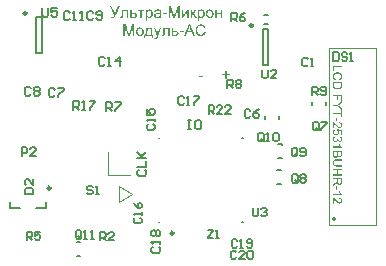
<source format=gto>
G04 Layer_Color=65535*
%FSLAX25Y25*%
%MOIN*%
G70*
G01*
G75*
%ADD32C,0.00984*%
%ADD34C,0.00787*%
%ADD60C,0.01000*%
%ADD61C,0.00394*%
%ADD62C,0.00606*%
%ADD63C,0.00591*%
G36*
X49590Y85970D02*
X49627D01*
X49705Y85961D01*
X49795Y85953D01*
X49889Y85937D01*
X49984Y85916D01*
X50070Y85888D01*
X50074D01*
X50078Y85883D01*
X50090Y85879D01*
X50107Y85871D01*
X50143Y85855D01*
X50193Y85830D01*
X50246Y85802D01*
X50299Y85765D01*
X50348Y85724D01*
X50393Y85678D01*
X50398Y85674D01*
X50410Y85658D01*
X50430Y85629D01*
X50451Y85592D01*
X50476Y85547D01*
X50500Y85494D01*
X50525Y85432D01*
X50541Y85363D01*
Y85359D01*
X50545Y85338D01*
X50549Y85309D01*
X50553Y85264D01*
X50558Y85207D01*
X50562Y85133D01*
Y85088D01*
X50566Y85043D01*
Y84994D01*
Y84936D01*
Y84317D01*
Y84309D01*
Y84289D01*
Y84256D01*
Y84215D01*
Y84162D01*
Y84104D01*
X50570Y84039D01*
Y83973D01*
X50574Y83833D01*
Y83764D01*
X50578Y83698D01*
X50582Y83637D01*
X50586Y83583D01*
X50590Y83534D01*
X50594Y83497D01*
Y83489D01*
X50599Y83469D01*
X50607Y83436D01*
X50619Y83391D01*
X50635Y83341D01*
X50656Y83288D01*
X50681Y83227D01*
X50709Y83169D01*
X50225D01*
X50221Y83178D01*
X50213Y83194D01*
X50201Y83227D01*
X50188Y83268D01*
X50172Y83317D01*
X50156Y83374D01*
X50143Y83440D01*
X50135Y83514D01*
X50131Y83510D01*
X50123Y83505D01*
X50111Y83493D01*
X50090Y83477D01*
X50065Y83460D01*
X50041Y83436D01*
X49975Y83391D01*
X49897Y83337D01*
X49815Y83284D01*
X49725Y83239D01*
X49635Y83198D01*
X49631D01*
X49623Y83194D01*
X49610Y83190D01*
X49594Y83186D01*
X49573Y83178D01*
X49545Y83169D01*
X49483Y83153D01*
X49405Y83136D01*
X49319Y83120D01*
X49225Y83112D01*
X49123Y83108D01*
X49077D01*
X49049Y83112D01*
X49012Y83116D01*
X48967Y83120D01*
X48917Y83124D01*
X48868Y83136D01*
X48753Y83161D01*
X48639Y83198D01*
X48585Y83223D01*
X48528Y83255D01*
X48479Y83288D01*
X48430Y83325D01*
X48425Y83329D01*
X48417Y83337D01*
X48409Y83350D01*
X48393Y83366D01*
X48372Y83387D01*
X48352Y83415D01*
X48331Y83444D01*
X48311Y83481D01*
X48266Y83559D01*
X48225Y83657D01*
X48208Y83710D01*
X48200Y83768D01*
X48192Y83829D01*
X48188Y83891D01*
Y83895D01*
Y83899D01*
Y83924D01*
X48192Y83965D01*
X48200Y84014D01*
X48208Y84071D01*
X48225Y84133D01*
X48249Y84194D01*
X48278Y84260D01*
X48282Y84268D01*
X48294Y84289D01*
X48315Y84317D01*
X48344Y84358D01*
X48376Y84399D01*
X48417Y84444D01*
X48462Y84485D01*
X48516Y84526D01*
X48524Y84531D01*
X48544Y84543D01*
X48573Y84563D01*
X48614Y84584D01*
X48663Y84608D01*
X48721Y84633D01*
X48786Y84658D01*
X48852Y84678D01*
X48860D01*
X48877Y84686D01*
X48909Y84690D01*
X48954Y84703D01*
X49012Y84711D01*
X49086Y84723D01*
X49168Y84736D01*
X49266Y84748D01*
X49274D01*
X49291Y84752D01*
X49319Y84756D01*
X49356Y84760D01*
X49405Y84768D01*
X49459Y84777D01*
X49516Y84785D01*
X49582Y84793D01*
X49717Y84817D01*
X49852Y84846D01*
X49918Y84863D01*
X49984Y84879D01*
X50041Y84895D01*
X50094Y84912D01*
Y84916D01*
Y84928D01*
Y84945D01*
X50098Y84961D01*
Y85002D01*
Y85018D01*
Y85031D01*
Y85035D01*
Y85043D01*
Y85059D01*
Y85076D01*
X50090Y85125D01*
X50082Y85186D01*
X50065Y85252D01*
X50041Y85318D01*
X50008Y85379D01*
X49963Y85428D01*
X49955Y85437D01*
X49947Y85445D01*
X49930Y85453D01*
X49910Y85465D01*
X49889Y85478D01*
X49832Y85510D01*
X49758Y85539D01*
X49668Y85564D01*
X49561Y85580D01*
X49438Y85588D01*
X49385D01*
X49356Y85584D01*
X49327D01*
X49254Y85576D01*
X49176Y85560D01*
X49098Y85539D01*
X49020Y85510D01*
X48954Y85474D01*
X48946Y85469D01*
X48930Y85453D01*
X48901Y85420D01*
X48868Y85379D01*
X48831Y85326D01*
X48790Y85252D01*
X48758Y85170D01*
X48741Y85121D01*
X48725Y85068D01*
X48270Y85129D01*
Y85133D01*
X48274Y85141D01*
X48278Y85158D01*
X48282Y85178D01*
X48290Y85203D01*
X48298Y85232D01*
X48319Y85297D01*
X48348Y85371D01*
X48380Y85449D01*
X48421Y85527D01*
X48471Y85597D01*
Y85601D01*
X48479Y85605D01*
X48499Y85625D01*
X48532Y85658D01*
X48577Y85699D01*
X48635Y85744D01*
X48704Y85789D01*
X48786Y85834D01*
X48881Y85875D01*
X48885D01*
X48893Y85879D01*
X48909Y85883D01*
X48930Y85892D01*
X48954Y85900D01*
X48983Y85908D01*
X49020Y85916D01*
X49061Y85925D01*
X49102Y85933D01*
X49151Y85941D01*
X49258Y85957D01*
X49377Y85970D01*
X49504Y85974D01*
X49561D01*
X49590Y85970D01*
D02*
G37*
G36*
X56699Y83169D02*
X56216D01*
Y86339D01*
X55108Y83169D01*
X54658D01*
X53567Y86392D01*
Y83169D01*
X53083D01*
Y86954D01*
X53833D01*
X54731Y84272D01*
Y84268D01*
X54735Y84256D01*
X54744Y84235D01*
X54752Y84211D01*
X54760Y84182D01*
X54772Y84145D01*
X54801Y84063D01*
X54830Y83973D01*
X54858Y83879D01*
X54887Y83793D01*
X54899Y83751D01*
X54912Y83715D01*
Y83719D01*
X54916Y83723D01*
X54920Y83735D01*
X54924Y83751D01*
X54932Y83776D01*
X54940Y83801D01*
X54949Y83833D01*
X54961Y83866D01*
X54973Y83907D01*
X54990Y83952D01*
X55006Y84002D01*
X55022Y84059D01*
X55043Y84116D01*
X55063Y84182D01*
X55088Y84248D01*
X55113Y84321D01*
X56023Y86954D01*
X56699D01*
Y83169D01*
D02*
G37*
G36*
X44961Y85531D02*
X44080D01*
Y83169D01*
X43616D01*
Y85531D01*
X42735D01*
Y85912D01*
X44961D01*
Y85531D01*
D02*
G37*
G36*
X39529Y83169D02*
X39065D01*
Y85531D01*
X37835D01*
Y84162D01*
Y84157D01*
Y84141D01*
Y84116D01*
Y84084D01*
Y84047D01*
Y84002D01*
X37831Y83952D01*
Y83903D01*
X37827Y83797D01*
X37823Y83694D01*
X37819Y83645D01*
X37815Y83600D01*
X37806Y83563D01*
X37802Y83530D01*
Y83522D01*
X37794Y83505D01*
X37786Y83477D01*
X37770Y83440D01*
X37745Y83399D01*
X37716Y83354D01*
X37679Y83309D01*
X37630Y83264D01*
X37622Y83259D01*
X37606Y83247D01*
X37573Y83227D01*
X37532Y83210D01*
X37474Y83190D01*
X37405Y83169D01*
X37327Y83157D01*
X37233Y83153D01*
X37171D01*
X37126Y83157D01*
X37069D01*
X37007Y83161D01*
X36937Y83165D01*
X36859Y83173D01*
Y83559D01*
X37110D01*
X37138Y83563D01*
X37208Y83571D01*
X37241Y83579D01*
X37265Y83587D01*
X37269D01*
X37273Y83592D01*
X37298Y83612D01*
X37327Y83641D01*
X37347Y83682D01*
Y83686D01*
X37351Y83698D01*
X37356Y83723D01*
Y83739D01*
X37360Y83760D01*
X37364Y83784D01*
Y83813D01*
X37368Y83846D01*
Y83887D01*
Y83932D01*
X37372Y83981D01*
Y84039D01*
Y84100D01*
Y85912D01*
X39529D01*
Y83169D01*
D02*
G37*
G36*
X40685Y84838D02*
X41328D01*
X41365Y84834D01*
X41414Y84830D01*
X41472Y84826D01*
X41533Y84817D01*
X41599Y84809D01*
X41743Y84785D01*
X41890Y84744D01*
X41964Y84719D01*
X42034Y84686D01*
X42099Y84654D01*
X42161Y84613D01*
X42165Y84608D01*
X42173Y84604D01*
X42189Y84588D01*
X42210Y84571D01*
X42235Y84551D01*
X42259Y84522D01*
X42288Y84490D01*
X42316Y84453D01*
X42345Y84412D01*
X42374Y84367D01*
X42399Y84313D01*
X42423Y84260D01*
X42444Y84202D01*
X42460Y84137D01*
X42468Y84071D01*
X42472Y83997D01*
Y83993D01*
Y83981D01*
Y83965D01*
X42468Y83940D01*
X42464Y83911D01*
X42460Y83874D01*
X42452Y83838D01*
X42439Y83797D01*
X42407Y83702D01*
X42386Y83653D01*
X42362Y83604D01*
X42333Y83555D01*
X42296Y83505D01*
X42255Y83456D01*
X42210Y83411D01*
X42206Y83407D01*
X42198Y83399D01*
X42181Y83391D01*
X42161Y83374D01*
X42132Y83354D01*
X42099Y83333D01*
X42058Y83313D01*
X42009Y83292D01*
X41956Y83268D01*
X41894Y83247D01*
X41824Y83227D01*
X41751Y83206D01*
X41669Y83190D01*
X41583Y83182D01*
X41484Y83173D01*
X41382Y83169D01*
X40221D01*
Y85912D01*
X40685D01*
Y84838D01*
D02*
G37*
G36*
X59696Y83169D02*
X59233D01*
Y85248D01*
X57942Y83169D01*
X57446D01*
Y85912D01*
X57909D01*
Y83817D01*
X59200Y85912D01*
X59696D01*
Y83169D01*
D02*
G37*
G36*
X70807D02*
X70344D01*
Y84387D01*
X69057D01*
Y83169D01*
X68593D01*
Y85912D01*
X69057D01*
Y84768D01*
X70344D01*
Y85912D01*
X70807D01*
Y83169D01*
D02*
G37*
G36*
X46675Y85970D02*
X46708D01*
X46744Y85966D01*
X46781Y85957D01*
X46826Y85949D01*
X46925Y85929D01*
X47027Y85896D01*
X47134Y85851D01*
X47187Y85822D01*
X47236Y85789D01*
X47241D01*
X47249Y85781D01*
X47261Y85769D01*
X47282Y85756D01*
X47331Y85715D01*
X47388Y85658D01*
X47454Y85584D01*
X47523Y85498D01*
X47585Y85396D01*
X47642Y85281D01*
Y85277D01*
X47646Y85264D01*
X47655Y85248D01*
X47663Y85223D01*
X47675Y85195D01*
X47688Y85158D01*
X47700Y85113D01*
X47712Y85068D01*
X47724Y85014D01*
X47737Y84961D01*
X47761Y84838D01*
X47778Y84703D01*
X47782Y84559D01*
Y84555D01*
Y84539D01*
Y84518D01*
X47778Y84490D01*
Y84453D01*
X47774Y84408D01*
X47769Y84358D01*
X47761Y84305D01*
X47745Y84190D01*
X47716Y84063D01*
X47679Y83932D01*
X47630Y83801D01*
Y83797D01*
X47622Y83784D01*
X47614Y83768D01*
X47601Y83747D01*
X47585Y83719D01*
X47569Y83686D01*
X47519Y83612D01*
X47458Y83526D01*
X47380Y83440D01*
X47294Y83358D01*
X47191Y83284D01*
X47187D01*
X47179Y83276D01*
X47163Y83268D01*
X47142Y83255D01*
X47113Y83243D01*
X47085Y83227D01*
X47048Y83214D01*
X47007Y83198D01*
X46917Y83165D01*
X46814Y83136D01*
X46703Y83116D01*
X46646Y83112D01*
X46585Y83108D01*
X46544D01*
X46503Y83112D01*
X46445Y83120D01*
X46380Y83132D01*
X46310Y83149D01*
X46236Y83169D01*
X46166Y83202D01*
X46158Y83206D01*
X46138Y83218D01*
X46101Y83243D01*
X46060Y83272D01*
X46011Y83305D01*
X45961Y83350D01*
X45912Y83399D01*
X45867Y83452D01*
Y82120D01*
X45404D01*
Y85912D01*
X45826D01*
Y85555D01*
X45834Y85560D01*
X45851Y85584D01*
X45884Y85625D01*
X45924Y85670D01*
X45974Y85720D01*
X46031Y85773D01*
X46093Y85822D01*
X46162Y85867D01*
X46166D01*
X46170Y85871D01*
X46195Y85883D01*
X46236Y85900D01*
X46289Y85920D01*
X46355Y85941D01*
X46433Y85957D01*
X46523Y85970D01*
X46617Y85974D01*
X46650D01*
X46675Y85970D01*
D02*
G37*
G36*
X62300Y85527D02*
X62169Y85531D01*
X62140D01*
X62107Y85527D01*
X62070Y85523D01*
X62029Y85519D01*
X61992Y85506D01*
X61960Y85494D01*
X61935Y85474D01*
X61931Y85469D01*
X61923Y85461D01*
X61910Y85441D01*
X61894Y85412D01*
X61869Y85367D01*
X61857Y85338D01*
X61841Y85309D01*
X61824Y85273D01*
X61808Y85232D01*
X61787Y85186D01*
X61767Y85137D01*
Y85133D01*
X61763Y85125D01*
X61755Y85113D01*
X61751Y85092D01*
X61730Y85047D01*
X61701Y84990D01*
X61673Y84928D01*
X61640Y84867D01*
X61603Y84809D01*
X61570Y84764D01*
X61566Y84760D01*
X61554Y84748D01*
X61533Y84727D01*
X61505Y84703D01*
X61468Y84674D01*
X61422Y84641D01*
X61365Y84608D01*
X61304Y84576D01*
X61308D01*
X61316Y84571D01*
X61332Y84563D01*
X61357Y84555D01*
X61382Y84543D01*
X61414Y84526D01*
X61451Y84502D01*
X61488Y84477D01*
X61533Y84444D01*
X61578Y84403D01*
X61628Y84358D01*
X61677Y84305D01*
X61730Y84248D01*
X61783Y84178D01*
X61837Y84104D01*
X61890Y84018D01*
X62402Y83169D01*
X61890D01*
X61390Y84014D01*
Y84018D01*
X61382Y84026D01*
X61373Y84039D01*
X61365Y84055D01*
X61336Y84100D01*
X61300Y84153D01*
X61259Y84211D01*
X61213Y84268D01*
X61168Y84317D01*
X61144Y84338D01*
X61123Y84354D01*
X61119Y84358D01*
X61103Y84367D01*
X61078Y84379D01*
X61049Y84395D01*
X61008Y84412D01*
X60963Y84424D01*
X60914Y84432D01*
X60857Y84436D01*
Y83169D01*
X60393D01*
Y85912D01*
X60857D01*
Y84727D01*
X60894D01*
X60931Y84731D01*
X60980Y84740D01*
X61029Y84748D01*
X61078Y84760D01*
X61127Y84781D01*
X61164Y84809D01*
X61168Y84813D01*
X61181Y84830D01*
X61189Y84842D01*
X61201Y84859D01*
X61213Y84879D01*
X61230Y84904D01*
X61250Y84932D01*
X61267Y84969D01*
X61291Y85010D01*
X61312Y85055D01*
X61340Y85109D01*
X61365Y85166D01*
X61394Y85232D01*
X61427Y85305D01*
Y85309D01*
X61435Y85322D01*
X61439Y85338D01*
X61451Y85359D01*
X61463Y85383D01*
X61476Y85416D01*
X61509Y85482D01*
X61541Y85555D01*
X61582Y85625D01*
X61619Y85687D01*
X61636Y85715D01*
X61652Y85736D01*
X61656Y85740D01*
X61668Y85752D01*
X61685Y85769D01*
X61709Y85793D01*
X61738Y85814D01*
X61771Y85838D01*
X61808Y85859D01*
X61849Y85875D01*
X61853D01*
X61869Y85879D01*
X61898Y85888D01*
X61935Y85896D01*
X61984Y85900D01*
X62046Y85908D01*
X62120Y85912D01*
X62300D01*
Y85527D01*
D02*
G37*
G36*
X52530Y84305D02*
X51099D01*
Y84772D01*
X52530D01*
Y84305D01*
D02*
G37*
G36*
X35359Y84006D02*
X35355Y84002D01*
X35346Y83981D01*
X35334Y83952D01*
X35314Y83916D01*
X35293Y83874D01*
X35269Y83821D01*
X35236Y83768D01*
X35207Y83710D01*
X35137Y83587D01*
X35064Y83469D01*
X35027Y83415D01*
X34994Y83366D01*
X34957Y83321D01*
X34924Y83284D01*
X34916Y83276D01*
X34891Y83259D01*
X34855Y83231D01*
X34801Y83202D01*
X34732Y83169D01*
X34650Y83141D01*
X34551Y83124D01*
X34436Y83116D01*
X34403D01*
X34363Y83120D01*
X34305Y83128D01*
X34235Y83136D01*
X34157Y83153D01*
X34063Y83173D01*
X33965Y83202D01*
Y83628D01*
X33969D01*
X33973Y83624D01*
X33985Y83620D01*
X34002Y83612D01*
X34039Y83592D01*
X34092Y83575D01*
X34157Y83555D01*
X34227Y83534D01*
X34305Y83522D01*
X34387Y83518D01*
X34420D01*
X34453Y83526D01*
X34498Y83534D01*
X34547Y83547D01*
X34600Y83567D01*
X34654Y83596D01*
X34703Y83633D01*
X34711Y83637D01*
X34727Y83657D01*
X34740Y83674D01*
X34756Y83694D01*
X34773Y83715D01*
X34789Y83743D01*
X34813Y83776D01*
X34834Y83817D01*
X34859Y83858D01*
X34883Y83911D01*
X34912Y83965D01*
X34941Y84026D01*
X34969Y84096D01*
X34998Y84170D01*
X33465Y86954D01*
X33969D01*
X35203Y84629D01*
X36285Y86954D01*
X36781D01*
X35359Y84006D01*
D02*
G37*
G36*
X66814Y85970D02*
X66855D01*
X66904Y85961D01*
X66957Y85953D01*
X67019Y85941D01*
X67089Y85929D01*
X67158Y85908D01*
X67236Y85883D01*
X67310Y85851D01*
X67388Y85818D01*
X67466Y85773D01*
X67540Y85724D01*
X67614Y85666D01*
X67683Y85601D01*
X67687Y85597D01*
X67700Y85584D01*
X67716Y85564D01*
X67741Y85531D01*
X67765Y85494D01*
X67798Y85449D01*
X67831Y85396D01*
X67864Y85334D01*
X67896Y85264D01*
X67929Y85186D01*
X67962Y85105D01*
X67987Y85014D01*
X68011Y84916D01*
X68028Y84809D01*
X68040Y84694D01*
X68044Y84576D01*
Y84571D01*
Y84551D01*
Y84526D01*
X68040Y84490D01*
Y84444D01*
X68036Y84391D01*
X68032Y84334D01*
X68024Y84272D01*
X68007Y84141D01*
X67978Y84002D01*
X67937Y83866D01*
X67913Y83805D01*
X67884Y83743D01*
Y83739D01*
X67876Y83731D01*
X67868Y83715D01*
X67855Y83694D01*
X67839Y83670D01*
X67818Y83637D01*
X67765Y83571D01*
X67700Y83493D01*
X67622Y83415D01*
X67527Y83341D01*
X67421Y83272D01*
X67417D01*
X67409Y83264D01*
X67392Y83255D01*
X67368Y83247D01*
X67339Y83235D01*
X67306Y83218D01*
X67269Y83206D01*
X67224Y83190D01*
X67179Y83173D01*
X67126Y83161D01*
X67015Y83132D01*
X66892Y83116D01*
X66761Y83108D01*
X66736D01*
X66707Y83112D01*
X66666D01*
X66617Y83120D01*
X66560Y83128D01*
X66498Y83141D01*
X66429Y83153D01*
X66355Y83173D01*
X66281Y83198D01*
X66203Y83227D01*
X66125Y83264D01*
X66047Y83305D01*
X65974Y83354D01*
X65900Y83411D01*
X65830Y83477D01*
X65826Y83481D01*
X65814Y83493D01*
X65797Y83514D01*
X65777Y83547D01*
X65748Y83583D01*
X65719Y83628D01*
X65687Y83686D01*
X65654Y83747D01*
X65621Y83821D01*
X65588Y83899D01*
X65559Y83985D01*
X65531Y84079D01*
X65510Y84182D01*
X65494Y84293D01*
X65482Y84412D01*
X65477Y84539D01*
Y84543D01*
Y84547D01*
Y84571D01*
X65482Y84613D01*
X65486Y84662D01*
X65490Y84727D01*
X65498Y84801D01*
X65514Y84879D01*
X65531Y84965D01*
X65551Y85055D01*
X65580Y85150D01*
X65617Y85244D01*
X65654Y85338D01*
X65703Y85428D01*
X65760Y85514D01*
X65826Y85592D01*
X65900Y85666D01*
X65904Y85670D01*
X65916Y85678D01*
X65937Y85695D01*
X65961Y85715D01*
X65998Y85736D01*
X66039Y85765D01*
X66084Y85793D01*
X66142Y85822D01*
X66199Y85851D01*
X66265Y85875D01*
X66334Y85904D01*
X66412Y85925D01*
X66494Y85945D01*
X66576Y85961D01*
X66666Y85970D01*
X66761Y85974D01*
X66785D01*
X66814Y85970D01*
D02*
G37*
G36*
X43519Y79966D02*
X43560D01*
X43609Y79957D01*
X43662Y79949D01*
X43724Y79937D01*
X43794Y79925D01*
X43863Y79904D01*
X43941Y79879D01*
X44015Y79847D01*
X44093Y79814D01*
X44171Y79769D01*
X44245Y79720D01*
X44318Y79662D01*
X44388Y79597D01*
X44392Y79593D01*
X44405Y79580D01*
X44421Y79560D01*
X44445Y79527D01*
X44470Y79490D01*
X44503Y79445D01*
X44536Y79392D01*
X44568Y79330D01*
X44601Y79260D01*
X44634Y79183D01*
X44667Y79101D01*
X44692Y79010D01*
X44716Y78912D01*
X44732Y78805D01*
X44745Y78690D01*
X44749Y78572D01*
Y78568D01*
Y78547D01*
Y78522D01*
X44745Y78486D01*
Y78440D01*
X44741Y78387D01*
X44737Y78330D01*
X44728Y78268D01*
X44712Y78137D01*
X44683Y77998D01*
X44642Y77862D01*
X44618Y77801D01*
X44589Y77739D01*
Y77735D01*
X44581Y77727D01*
X44573Y77711D01*
X44560Y77690D01*
X44544Y77666D01*
X44523Y77633D01*
X44470Y77567D01*
X44405Y77489D01*
X44327Y77411D01*
X44232Y77337D01*
X44126Y77268D01*
X44122D01*
X44113Y77260D01*
X44097Y77251D01*
X44072Y77243D01*
X44044Y77231D01*
X44011Y77214D01*
X43974Y77202D01*
X43929Y77186D01*
X43884Y77169D01*
X43830Y77157D01*
X43720Y77128D01*
X43597Y77112D01*
X43466Y77104D01*
X43441D01*
X43412Y77108D01*
X43371D01*
X43322Y77116D01*
X43265Y77124D01*
X43203Y77137D01*
X43134Y77149D01*
X43060Y77169D01*
X42986Y77194D01*
X42908Y77223D01*
X42830Y77260D01*
X42752Y77301D01*
X42678Y77350D01*
X42605Y77407D01*
X42535Y77473D01*
X42531Y77477D01*
X42518Y77489D01*
X42502Y77510D01*
X42482Y77543D01*
X42453Y77579D01*
X42424Y77624D01*
X42391Y77682D01*
X42359Y77743D01*
X42326Y77817D01*
X42293Y77895D01*
X42264Y77981D01*
X42236Y78075D01*
X42215Y78178D01*
X42199Y78289D01*
X42186Y78408D01*
X42182Y78535D01*
Y78539D01*
Y78543D01*
Y78568D01*
X42186Y78609D01*
X42191Y78658D01*
X42195Y78723D01*
X42203Y78797D01*
X42219Y78875D01*
X42236Y78961D01*
X42256Y79051D01*
X42285Y79146D01*
X42322Y79240D01*
X42359Y79334D01*
X42408Y79425D01*
X42465Y79511D01*
X42531Y79589D01*
X42605Y79662D01*
X42609Y79666D01*
X42621Y79675D01*
X42641Y79691D01*
X42666Y79712D01*
X42703Y79732D01*
X42744Y79761D01*
X42789Y79789D01*
X42847Y79818D01*
X42904Y79847D01*
X42970Y79871D01*
X43039Y79900D01*
X43117Y79921D01*
X43199Y79941D01*
X43281Y79957D01*
X43371Y79966D01*
X43466Y79970D01*
X43490D01*
X43519Y79966D01*
D02*
G37*
G36*
X53404Y77165D02*
X52941D01*
Y79527D01*
X51711D01*
Y78158D01*
Y78153D01*
Y78137D01*
Y78113D01*
Y78080D01*
Y78043D01*
Y77998D01*
X51707Y77948D01*
Y77899D01*
X51702Y77793D01*
X51698Y77690D01*
X51694Y77641D01*
X51690Y77596D01*
X51682Y77559D01*
X51678Y77526D01*
Y77518D01*
X51670Y77501D01*
X51661Y77473D01*
X51645Y77436D01*
X51621Y77395D01*
X51592Y77350D01*
X51555Y77305D01*
X51506Y77260D01*
X51498Y77256D01*
X51481Y77243D01*
X51448Y77223D01*
X51407Y77206D01*
X51350Y77186D01*
X51280Y77165D01*
X51202Y77153D01*
X51108Y77149D01*
X51047D01*
X51001Y77153D01*
X50944D01*
X50883Y77157D01*
X50813Y77161D01*
X50735Y77169D01*
Y77555D01*
X50985D01*
X51014Y77559D01*
X51083Y77567D01*
X51116Y77575D01*
X51141Y77584D01*
X51145D01*
X51149Y77588D01*
X51174Y77608D01*
X51202Y77637D01*
X51223Y77678D01*
Y77682D01*
X51227Y77694D01*
X51231Y77719D01*
Y77735D01*
X51235Y77756D01*
X51239Y77780D01*
Y77809D01*
X51243Y77842D01*
Y77883D01*
Y77928D01*
X51247Y77977D01*
Y78035D01*
Y78096D01*
Y79908D01*
X53404D01*
Y77165D01*
D02*
G37*
G36*
X47570Y77547D02*
X47865D01*
Y76390D01*
X47484D01*
Y77165D01*
X45327D01*
Y76390D01*
X44946D01*
Y77547D01*
X45192D01*
X45196Y77555D01*
X45204Y77563D01*
X45212Y77579D01*
X45224Y77596D01*
X45237Y77621D01*
X45253Y77645D01*
X45270Y77678D01*
X45286Y77711D01*
X45307Y77752D01*
X45327Y77797D01*
X45347Y77846D01*
X45368Y77899D01*
X45388Y77961D01*
X45413Y78022D01*
X45434Y78092D01*
X45458Y78166D01*
X45479Y78244D01*
X45503Y78326D01*
X45524Y78416D01*
X45544Y78510D01*
X45565Y78609D01*
X45581Y78715D01*
X45598Y78822D01*
X45614Y78941D01*
X45626Y79060D01*
X45639Y79187D01*
X45651Y79318D01*
X45655Y79457D01*
X45663Y79601D01*
Y79752D01*
Y79908D01*
X47570D01*
Y77547D01*
D02*
G37*
G36*
X72418Y64386D02*
X73447D01*
Y63951D01*
X72418D01*
Y62914D01*
X71979D01*
Y63951D01*
X70950D01*
Y64386D01*
X71979D01*
Y65415D01*
X72418D01*
Y64386D01*
D02*
G37*
G36*
X64620Y63439D02*
X63189D01*
Y63906D01*
X64620D01*
Y63439D01*
D02*
G37*
G36*
X54560Y78834D02*
X55204D01*
X55241Y78830D01*
X55290Y78826D01*
X55347Y78822D01*
X55409Y78813D01*
X55475Y78805D01*
X55618Y78781D01*
X55766Y78740D01*
X55839Y78715D01*
X55909Y78682D01*
X55975Y78649D01*
X56036Y78609D01*
X56040Y78604D01*
X56049Y78600D01*
X56065Y78584D01*
X56085Y78568D01*
X56110Y78547D01*
X56135Y78518D01*
X56163Y78486D01*
X56192Y78449D01*
X56221Y78408D01*
X56249Y78363D01*
X56274Y78309D01*
X56299Y78256D01*
X56319Y78199D01*
X56336Y78133D01*
X56344Y78067D01*
X56348Y77994D01*
Y77989D01*
Y77977D01*
Y77961D01*
X56344Y77936D01*
X56340Y77907D01*
X56336Y77871D01*
X56327Y77834D01*
X56315Y77793D01*
X56282Y77698D01*
X56262Y77649D01*
X56237Y77600D01*
X56208Y77551D01*
X56172Y77501D01*
X56130Y77452D01*
X56085Y77407D01*
X56081Y77403D01*
X56073Y77395D01*
X56057Y77387D01*
X56036Y77370D01*
X56007Y77350D01*
X55975Y77329D01*
X55934Y77309D01*
X55884Y77288D01*
X55831Y77264D01*
X55770Y77243D01*
X55700Y77223D01*
X55626Y77202D01*
X55544Y77186D01*
X55458Y77178D01*
X55360Y77169D01*
X55257Y77165D01*
X54097D01*
Y79908D01*
X54560D01*
Y78834D01*
D02*
G37*
G36*
X58107Y78301D02*
X56676D01*
Y78768D01*
X58107D01*
Y78301D01*
D02*
G37*
G36*
X63937Y81011D02*
X63986Y81007D01*
X64043Y80999D01*
X64105Y80991D01*
X64175Y80978D01*
X64249Y80962D01*
X64326Y80946D01*
X64404Y80921D01*
X64486Y80892D01*
X64568Y80860D01*
X64646Y80818D01*
X64724Y80777D01*
X64798Y80724D01*
X64802Y80720D01*
X64814Y80712D01*
X64835Y80695D01*
X64859Y80671D01*
X64892Y80642D01*
X64929Y80605D01*
X64966Y80564D01*
X65011Y80515D01*
X65056Y80462D01*
X65101Y80400D01*
X65146Y80335D01*
X65187Y80261D01*
X65232Y80183D01*
X65269Y80097D01*
X65306Y80007D01*
X65339Y79912D01*
X64847Y79798D01*
Y79802D01*
X64839Y79814D01*
X64835Y79839D01*
X64823Y79867D01*
X64810Y79900D01*
X64790Y79937D01*
X64749Y80027D01*
X64695Y80125D01*
X64626Y80228D01*
X64552Y80322D01*
X64507Y80363D01*
X64462Y80400D01*
X64458Y80404D01*
X64449Y80409D01*
X64437Y80417D01*
X64417Y80429D01*
X64392Y80445D01*
X64363Y80462D01*
X64331Y80478D01*
X64289Y80495D01*
X64244Y80511D01*
X64199Y80527D01*
X64093Y80560D01*
X63970Y80581D01*
X63904Y80589D01*
X63793D01*
X63761Y80585D01*
X63724Y80581D01*
X63679Y80576D01*
X63629Y80572D01*
X63580Y80564D01*
X63461Y80536D01*
X63338Y80499D01*
X63277Y80474D01*
X63215Y80445D01*
X63158Y80413D01*
X63100Y80376D01*
X63096Y80372D01*
X63088Y80367D01*
X63072Y80355D01*
X63051Y80339D01*
X63031Y80318D01*
X63002Y80290D01*
X62973Y80261D01*
X62941Y80228D01*
X62908Y80187D01*
X62871Y80146D01*
X62805Y80052D01*
X62744Y79941D01*
X62691Y79814D01*
Y79810D01*
X62686Y79798D01*
X62678Y79777D01*
X62674Y79752D01*
X62666Y79720D01*
X62654Y79683D01*
X62645Y79638D01*
X62633Y79593D01*
X62621Y79539D01*
X62613Y79482D01*
X62592Y79359D01*
X62580Y79228D01*
X62576Y79088D01*
Y79084D01*
Y79068D01*
Y79043D01*
X62580Y79006D01*
Y78965D01*
X62584Y78916D01*
X62588Y78863D01*
X62592Y78801D01*
X62600Y78736D01*
X62608Y78670D01*
X62633Y78527D01*
X62670Y78383D01*
X62715Y78244D01*
Y78240D01*
X62723Y78227D01*
X62731Y78211D01*
X62740Y78186D01*
X62756Y78153D01*
X62777Y78121D01*
X62822Y78043D01*
X62883Y77952D01*
X62957Y77866D01*
X63047Y77780D01*
X63096Y77743D01*
X63150Y77707D01*
X63154D01*
X63162Y77698D01*
X63178Y77690D01*
X63203Y77678D01*
X63232Y77666D01*
X63265Y77649D01*
X63301Y77637D01*
X63342Y77621D01*
X63437Y77588D01*
X63547Y77559D01*
X63666Y77539D01*
X63728Y77534D01*
X63793Y77530D01*
X63834D01*
X63863Y77534D01*
X63900Y77539D01*
X63941Y77543D01*
X63990Y77551D01*
X64039Y77559D01*
X64154Y77588D01*
X64212Y77608D01*
X64273Y77633D01*
X64335Y77662D01*
X64392Y77694D01*
X64449Y77731D01*
X64507Y77772D01*
X64511Y77776D01*
X64519Y77785D01*
X64535Y77797D01*
X64556Y77817D01*
X64577Y77842D01*
X64605Y77875D01*
X64634Y77912D01*
X64667Y77952D01*
X64700Y78002D01*
X64732Y78055D01*
X64765Y78113D01*
X64798Y78178D01*
X64827Y78248D01*
X64855Y78326D01*
X64884Y78408D01*
X64904Y78494D01*
X65405Y78367D01*
Y78359D01*
X65396Y78338D01*
X65388Y78309D01*
X65372Y78264D01*
X65355Y78215D01*
X65331Y78153D01*
X65306Y78088D01*
X65273Y78018D01*
X65237Y77940D01*
X65196Y77866D01*
X65150Y77785D01*
X65097Y77707D01*
X65040Y77633D01*
X64978Y77559D01*
X64909Y77489D01*
X64835Y77424D01*
X64831Y77420D01*
X64814Y77411D01*
X64794Y77395D01*
X64761Y77375D01*
X64724Y77350D01*
X64675Y77321D01*
X64622Y77292D01*
X64556Y77264D01*
X64486Y77235D01*
X64412Y77206D01*
X64331Y77178D01*
X64240Y77153D01*
X64146Y77133D01*
X64048Y77116D01*
X63945Y77108D01*
X63834Y77104D01*
X63777D01*
X63732Y77108D01*
X63683Y77112D01*
X63621Y77116D01*
X63556Y77124D01*
X63482Y77137D01*
X63404Y77149D01*
X63322Y77165D01*
X63240Y77186D01*
X63158Y77206D01*
X63072Y77235D01*
X62990Y77268D01*
X62912Y77305D01*
X62838Y77350D01*
X62834Y77354D01*
X62822Y77362D01*
X62801Y77375D01*
X62777Y77395D01*
X62744Y77424D01*
X62707Y77452D01*
X62666Y77489D01*
X62621Y77534D01*
X62576Y77584D01*
X62527Y77637D01*
X62481Y77694D01*
X62432Y77760D01*
X62383Y77829D01*
X62338Y77903D01*
X62297Y77985D01*
X62256Y78071D01*
X62252Y78075D01*
X62248Y78092D01*
X62239Y78121D01*
X62227Y78153D01*
X62211Y78199D01*
X62194Y78248D01*
X62178Y78309D01*
X62157Y78375D01*
X62141Y78449D01*
X62121Y78527D01*
X62104Y78609D01*
X62092Y78699D01*
X62067Y78887D01*
X62063Y78986D01*
X62059Y79084D01*
Y79092D01*
Y79109D01*
Y79141D01*
X62063Y79183D01*
X62067Y79236D01*
X62071Y79297D01*
X62080Y79363D01*
X62088Y79437D01*
X62100Y79515D01*
X62112Y79597D01*
X62153Y79773D01*
X62182Y79859D01*
X62211Y79945D01*
X62244Y80035D01*
X62285Y80117D01*
X62289Y80121D01*
X62297Y80138D01*
X62309Y80158D01*
X62326Y80191D01*
X62350Y80228D01*
X62379Y80269D01*
X62412Y80314D01*
X62449Y80367D01*
X62494Y80417D01*
X62539Y80474D01*
X62592Y80527D01*
X62650Y80585D01*
X62711Y80638D01*
X62777Y80691D01*
X62850Y80740D01*
X62924Y80786D01*
X62928Y80790D01*
X62945Y80794D01*
X62965Y80806D01*
X62998Y80823D01*
X63035Y80839D01*
X63084Y80860D01*
X63137Y80880D01*
X63195Y80901D01*
X63260Y80921D01*
X63334Y80941D01*
X63408Y80962D01*
X63490Y80978D01*
X63658Y81007D01*
X63748Y81011D01*
X63843Y81015D01*
X63896D01*
X63937Y81011D01*
D02*
G37*
G36*
X41608Y77165D02*
X41124D01*
Y80335D01*
X40018Y77165D01*
X39566D01*
X38476Y80388D01*
Y77165D01*
X37992D01*
Y80950D01*
X38742D01*
X39640Y78268D01*
Y78264D01*
X39644Y78252D01*
X39653Y78231D01*
X39661Y78207D01*
X39669Y78178D01*
X39681Y78141D01*
X39710Y78059D01*
X39739Y77969D01*
X39767Y77875D01*
X39796Y77789D01*
X39808Y77748D01*
X39821Y77711D01*
Y77715D01*
X39825Y77719D01*
X39829Y77731D01*
X39833Y77748D01*
X39841Y77772D01*
X39849Y77797D01*
X39858Y77829D01*
X39870Y77862D01*
X39882Y77903D01*
X39899Y77948D01*
X39915Y77998D01*
X39931Y78055D01*
X39952Y78113D01*
X39972Y78178D01*
X39997Y78244D01*
X40022Y78317D01*
X40932Y80950D01*
X41608D01*
Y77165D01*
D02*
G37*
G36*
X61805D02*
X61235D01*
X60796Y78309D01*
X59206D01*
X58795Y77165D01*
X58267D01*
X59714Y80950D01*
X60255D01*
X61805Y77165D01*
D02*
G37*
G36*
X49583Y77120D02*
Y77116D01*
X49575Y77100D01*
X49566Y77079D01*
X49554Y77047D01*
X49542Y77010D01*
X49525Y76969D01*
X49505Y76924D01*
X49488Y76874D01*
X49443Y76772D01*
X49402Y76669D01*
X49378Y76620D01*
X49357Y76575D01*
X49341Y76534D01*
X49320Y76501D01*
Y76497D01*
X49316Y76493D01*
X49308Y76481D01*
X49300Y76464D01*
X49271Y76423D01*
X49238Y76374D01*
X49197Y76317D01*
X49148Y76263D01*
X49095Y76210D01*
X49038Y76165D01*
X49029Y76161D01*
X49009Y76149D01*
X48976Y76128D01*
X48931Y76112D01*
X48873Y76091D01*
X48808Y76071D01*
X48738Y76058D01*
X48656Y76054D01*
X48632D01*
X48603Y76058D01*
X48570Y76063D01*
X48525Y76066D01*
X48472Y76079D01*
X48418Y76091D01*
X48357Y76112D01*
X48304Y76546D01*
X48312D01*
X48328Y76538D01*
X48357Y76534D01*
X48394Y76526D01*
X48435Y76518D01*
X48480Y76509D01*
X48525Y76505D01*
X48566Y76501D01*
X48591D01*
X48619Y76505D01*
X48656Y76509D01*
X48693Y76513D01*
X48734Y76526D01*
X48775Y76538D01*
X48812Y76554D01*
X48816Y76559D01*
X48828Y76563D01*
X48845Y76575D01*
X48865Y76591D01*
X48890Y76612D01*
X48919Y76636D01*
X48968Y76698D01*
X48972Y76702D01*
X48976Y76714D01*
X48988Y76735D01*
X49001Y76768D01*
X49021Y76813D01*
X49046Y76874D01*
X49058Y76911D01*
X49074Y76952D01*
X49091Y76997D01*
X49107Y77047D01*
X49111Y77055D01*
X49119Y77075D01*
X49132Y77112D01*
X49152Y77161D01*
X48115Y79908D01*
X48607D01*
X49177Y78317D01*
Y78313D01*
X49181Y78305D01*
X49189Y78289D01*
X49197Y78264D01*
X49206Y78236D01*
X49218Y78203D01*
X49230Y78166D01*
X49247Y78125D01*
X49275Y78030D01*
X49312Y77920D01*
X49345Y77805D01*
X49378Y77682D01*
Y77686D01*
X49382Y77698D01*
X49386Y77715D01*
X49394Y77735D01*
X49398Y77764D01*
X49411Y77801D01*
X49419Y77838D01*
X49431Y77879D01*
X49460Y77973D01*
X49493Y78080D01*
X49529Y78190D01*
X49571Y78305D01*
X50161Y79908D01*
X50624D01*
X49583Y77120D01*
D02*
G37*
G36*
X110851Y37692D02*
Y37688D01*
Y37675D01*
Y37659D01*
Y37636D01*
X110848Y37606D01*
Y37570D01*
X110845Y37534D01*
X110838Y37491D01*
X110828Y37406D01*
X110812Y37311D01*
X110789Y37222D01*
X110756Y37137D01*
Y37134D01*
X110753Y37127D01*
X110746Y37117D01*
X110740Y37101D01*
X110717Y37065D01*
X110687Y37016D01*
X110648Y36963D01*
X110599Y36911D01*
X110540Y36858D01*
X110474Y36809D01*
X110471D01*
X110464Y36803D01*
X110454Y36799D01*
X110441Y36790D01*
X110425Y36780D01*
X110402Y36770D01*
X110353Y36747D01*
X110294Y36727D01*
X110225Y36707D01*
X110153Y36694D01*
X110074Y36688D01*
X110041D01*
X110005Y36694D01*
X109956Y36701D01*
X109900Y36714D01*
X109838Y36734D01*
X109775Y36760D01*
X109710Y36796D01*
X109707D01*
X109703Y36799D01*
X109693Y36806D01*
X109680Y36816D01*
X109651Y36839D01*
X109611Y36875D01*
X109569Y36917D01*
X109523Y36973D01*
X109477Y37036D01*
X109434Y37111D01*
Y37108D01*
X109431Y37098D01*
X109424Y37085D01*
X109418Y37065D01*
X109408Y37042D01*
X109398Y37016D01*
X109369Y36957D01*
X109333Y36888D01*
X109283Y36819D01*
X109228Y36750D01*
X109159Y36691D01*
X109155Y36688D01*
X109149Y36685D01*
X109139Y36678D01*
X109126Y36668D01*
X109106Y36655D01*
X109083Y36642D01*
X109057Y36629D01*
X109028Y36616D01*
X108962Y36589D01*
X108883Y36563D01*
X108795Y36547D01*
X108749Y36540D01*
X108663D01*
X108644Y36544D01*
X108624D01*
X108572Y36550D01*
X108509Y36563D01*
X108444Y36580D01*
X108372Y36603D01*
X108303Y36632D01*
X108299D01*
X108296Y36635D01*
X108286Y36642D01*
X108273Y36648D01*
X108240Y36668D01*
X108201Y36694D01*
X108155Y36724D01*
X108109Y36763D01*
X108063Y36806D01*
X108021Y36855D01*
X108017Y36862D01*
X108004Y36878D01*
X107988Y36908D01*
X107965Y36947D01*
X107942Y36993D01*
X107916Y37049D01*
X107893Y37114D01*
X107873Y37186D01*
Y37190D01*
X107870Y37196D01*
Y37206D01*
X107867Y37222D01*
X107863Y37242D01*
X107857Y37265D01*
X107853Y37291D01*
X107850Y37321D01*
X107843Y37354D01*
X107840Y37393D01*
X107830Y37475D01*
X107827Y37570D01*
X107824Y37675D01*
Y38826D01*
X110851D01*
Y37692D01*
D02*
G37*
G36*
Y50037D02*
X110494D01*
Y51035D01*
X107824D01*
Y51435D01*
X110494D01*
Y52432D01*
X110851D01*
Y50037D01*
D02*
G37*
G36*
Y35583D02*
X109037D01*
X109005Y35579D01*
X108969D01*
X108926Y35576D01*
X108883Y35573D01*
X108788Y35566D01*
X108693Y35553D01*
X108601Y35533D01*
X108559Y35524D01*
X108522Y35510D01*
X108519D01*
X108516Y35507D01*
X108506Y35504D01*
X108493Y35497D01*
X108457Y35478D01*
X108417Y35451D01*
X108368Y35418D01*
X108322Y35376D01*
X108276Y35323D01*
X108234Y35261D01*
Y35258D01*
X108231Y35251D01*
X108224Y35241D01*
X108217Y35228D01*
X108211Y35212D01*
X108204Y35189D01*
X108194Y35166D01*
X108185Y35140D01*
X108168Y35074D01*
X108152Y34999D01*
X108139Y34913D01*
X108135Y34822D01*
Y34815D01*
Y34802D01*
Y34779D01*
X108139Y34749D01*
X108142Y34713D01*
X108145Y34671D01*
X108152Y34625D01*
X108162Y34576D01*
X108185Y34474D01*
X108201Y34421D01*
X108221Y34369D01*
X108244Y34320D01*
X108270Y34274D01*
X108299Y34231D01*
X108335Y34192D01*
X108339Y34189D01*
X108345Y34182D01*
X108359Y34175D01*
X108375Y34162D01*
X108398Y34149D01*
X108427Y34133D01*
X108463Y34113D01*
X108506Y34097D01*
X108555Y34080D01*
X108611Y34061D01*
X108673Y34044D01*
X108742Y34031D01*
X108821Y34018D01*
X108906Y34008D01*
X109001Y34005D01*
X109103Y34001D01*
X110851D01*
Y33601D01*
X109028D01*
X108988Y33605D01*
X108946Y33608D01*
X108896Y33611D01*
X108841Y33615D01*
X108726Y33628D01*
X108605Y33644D01*
X108486Y33670D01*
X108431Y33687D01*
X108378Y33706D01*
X108375D01*
X108365Y33710D01*
X108352Y33716D01*
X108332Y33726D01*
X108309Y33739D01*
X108283Y33752D01*
X108224Y33792D01*
X108188Y33815D01*
X108155Y33841D01*
X108116Y33874D01*
X108080Y33906D01*
X108044Y33946D01*
X108008Y33985D01*
X107975Y34031D01*
X107942Y34080D01*
X107939Y34084D01*
X107935Y34093D01*
X107925Y34106D01*
X107916Y34130D01*
X107903Y34156D01*
X107889Y34189D01*
X107873Y34225D01*
X107860Y34271D01*
X107843Y34316D01*
X107827Y34369D01*
X107814Y34428D01*
X107801Y34490D01*
X107791Y34559D01*
X107781Y34631D01*
X107778Y34707D01*
X107775Y34785D01*
Y34789D01*
Y34805D01*
Y34828D01*
X107778Y34858D01*
Y34894D01*
X107781Y34933D01*
X107788Y34982D01*
X107794Y35032D01*
X107811Y35143D01*
X107837Y35261D01*
X107873Y35376D01*
X107893Y35432D01*
X107919Y35484D01*
X107922Y35487D01*
X107925Y35497D01*
X107935Y35510D01*
X107945Y35527D01*
X107962Y35550D01*
X107981Y35576D01*
X108001Y35602D01*
X108027Y35632D01*
X108086Y35697D01*
X108158Y35760D01*
X108244Y35819D01*
X108293Y35845D01*
X108342Y35868D01*
X108345D01*
X108355Y35871D01*
X108372Y35878D01*
X108395Y35884D01*
X108421Y35894D01*
X108457Y35904D01*
X108496Y35914D01*
X108542Y35924D01*
X108595Y35937D01*
X108650Y35947D01*
X108713Y35956D01*
X108782Y35963D01*
X108854Y35973D01*
X108932Y35976D01*
X109014Y35983D01*
X110851D01*
Y35583D01*
D02*
G37*
G36*
Y55545D02*
X110494D01*
Y57185D01*
X109556D01*
Y55764D01*
X109198D01*
Y57185D01*
X107824D01*
Y57585D01*
X110851D01*
Y55545D01*
D02*
G37*
G36*
Y54856D02*
X109936Y54259D01*
X109933Y54255D01*
X109926Y54252D01*
X109910Y54242D01*
X109894Y54229D01*
X109871Y54216D01*
X109841Y54200D01*
X109811Y54180D01*
X109775Y54157D01*
X109700Y54111D01*
X109615Y54059D01*
X109523Y54003D01*
X109428Y53951D01*
X109431Y53947D01*
X109438Y53944D01*
X109451Y53937D01*
X109470Y53924D01*
X109490Y53911D01*
X109516Y53898D01*
X109549Y53878D01*
X109582Y53859D01*
X109618Y53836D01*
X109661Y53809D01*
X109749Y53754D01*
X109851Y53688D01*
X109959Y53619D01*
X110851Y53032D01*
Y52566D01*
X109103Y53773D01*
X107824D01*
Y54173D01*
X109103D01*
X110851Y55341D01*
Y54856D01*
D02*
G37*
G36*
X107906Y48414D02*
X107945Y48411D01*
X107988Y48401D01*
X108034Y48391D01*
X108080Y48375D01*
X108083D01*
X108089Y48371D01*
X108099Y48368D01*
X108116Y48361D01*
X108132Y48351D01*
X108155Y48342D01*
X108208Y48315D01*
X108270Y48283D01*
X108339Y48240D01*
X108411Y48191D01*
X108483Y48132D01*
X108486Y48129D01*
X108493Y48125D01*
X108503Y48115D01*
X108519Y48099D01*
X108536Y48083D01*
X108559Y48060D01*
X108585Y48037D01*
X108614Y48007D01*
X108647Y47974D01*
X108680Y47938D01*
X108719Y47899D01*
X108759Y47853D01*
X108801Y47807D01*
X108844Y47755D01*
X108890Y47702D01*
X108939Y47643D01*
X108942Y47637D01*
X108959Y47620D01*
X108978Y47597D01*
X109008Y47564D01*
X109041Y47525D01*
X109080Y47479D01*
X109123Y47427D01*
X109172Y47374D01*
X109274Y47263D01*
X109382Y47154D01*
X109434Y47102D01*
X109487Y47053D01*
X109536Y47010D01*
X109582Y46974D01*
X109585Y46971D01*
X109592Y46967D01*
X109605Y46957D01*
X109621Y46948D01*
X109644Y46931D01*
X109667Y46918D01*
X109726Y46885D01*
X109795Y46853D01*
X109871Y46823D01*
X109949Y46803D01*
X109989Y46800D01*
X110028Y46797D01*
X110051D01*
X110064Y46800D01*
X110084D01*
X110107Y46807D01*
X110156Y46817D01*
X110215Y46836D01*
X110277Y46866D01*
X110310Y46882D01*
X110340Y46905D01*
X110369Y46928D01*
X110399Y46957D01*
X110402Y46961D01*
X110405Y46964D01*
X110412Y46974D01*
X110422Y46987D01*
X110435Y47003D01*
X110448Y47023D01*
X110477Y47069D01*
X110504Y47131D01*
X110530Y47200D01*
X110546Y47282D01*
X110553Y47328D01*
Y47374D01*
Y47377D01*
Y47387D01*
Y47400D01*
X110549Y47420D01*
Y47443D01*
X110543Y47469D01*
X110533Y47528D01*
X110513Y47597D01*
X110484Y47669D01*
X110464Y47705D01*
X110445Y47741D01*
X110418Y47774D01*
X110389Y47807D01*
X110386Y47810D01*
X110382Y47814D01*
X110372Y47820D01*
X110359Y47833D01*
X110343Y47843D01*
X110323Y47856D01*
X110300Y47873D01*
X110274Y47886D01*
X110245Y47902D01*
X110212Y47915D01*
X110133Y47941D01*
X110048Y47961D01*
X109999Y47965D01*
X109946Y47968D01*
X109985Y48348D01*
X109992D01*
X110005Y48345D01*
X110025Y48342D01*
X110054Y48338D01*
X110090Y48332D01*
X110133Y48322D01*
X110179Y48312D01*
X110228Y48296D01*
X110277Y48279D01*
X110333Y48260D01*
X110386Y48233D01*
X110438Y48207D01*
X110494Y48174D01*
X110543Y48138D01*
X110592Y48099D01*
X110635Y48053D01*
X110638Y48050D01*
X110645Y48040D01*
X110654Y48027D01*
X110671Y48007D01*
X110687Y47981D01*
X110707Y47948D01*
X110727Y47912D01*
X110750Y47869D01*
X110769Y47824D01*
X110789Y47771D01*
X110809Y47715D01*
X110825Y47653D01*
X110841Y47587D01*
X110851Y47518D01*
X110858Y47443D01*
X110861Y47364D01*
Y47358D01*
Y47345D01*
Y47322D01*
X110858Y47292D01*
X110855Y47256D01*
X110848Y47213D01*
X110841Y47164D01*
X110832Y47115D01*
X110819Y47059D01*
X110802Y47003D01*
X110782Y46944D01*
X110759Y46889D01*
X110730Y46830D01*
X110697Y46774D01*
X110661Y46721D01*
X110618Y46672D01*
X110615Y46669D01*
X110609Y46662D01*
X110592Y46649D01*
X110576Y46633D01*
X110553Y46613D01*
X110523Y46590D01*
X110491Y46567D01*
X110451Y46544D01*
X110412Y46521D01*
X110366Y46498D01*
X110317Y46475D01*
X110264Y46456D01*
X110205Y46439D01*
X110146Y46426D01*
X110084Y46420D01*
X110018Y46416D01*
X109989D01*
X109953Y46420D01*
X109907Y46426D01*
X109851Y46436D01*
X109792Y46449D01*
X109726Y46466D01*
X109661Y46492D01*
X109657D01*
X109654Y46495D01*
X109644Y46498D01*
X109631Y46505D01*
X109595Y46525D01*
X109549Y46551D01*
X109493Y46587D01*
X109431Y46630D01*
X109365Y46679D01*
X109293Y46741D01*
X109290Y46744D01*
X109283Y46748D01*
X109274Y46761D01*
X109257Y46774D01*
X109238Y46793D01*
X109215Y46817D01*
X109185Y46843D01*
X109155Y46876D01*
X109119Y46915D01*
X109080Y46957D01*
X109034Y47003D01*
X108988Y47056D01*
X108936Y47112D01*
X108883Y47174D01*
X108824Y47243D01*
X108762Y47315D01*
X108759Y47318D01*
X108749Y47328D01*
X108736Y47348D01*
X108716Y47368D01*
X108693Y47397D01*
X108667Y47427D01*
X108608Y47495D01*
X108545Y47568D01*
X108480Y47637D01*
X108450Y47669D01*
X108424Y47699D01*
X108398Y47725D01*
X108378Y47745D01*
X108375Y47748D01*
X108362Y47761D01*
X108342Y47778D01*
X108316Y47800D01*
X108286Y47827D01*
X108254Y47853D01*
X108181Y47905D01*
Y46413D01*
X107824D01*
Y48417D01*
X107873D01*
X107906Y48414D01*
D02*
G37*
G36*
X109106Y48673D02*
X108732D01*
Y49818D01*
X109106D01*
Y48673D01*
D02*
G37*
G36*
X108647Y45623D02*
X108644D01*
X108634Y45619D01*
X108621Y45616D01*
X108601Y45613D01*
X108578Y45609D01*
X108549Y45600D01*
X108486Y45583D01*
X108417Y45557D01*
X108345Y45521D01*
X108280Y45478D01*
X108250Y45452D01*
X108221Y45426D01*
Y45423D01*
X108214Y45419D01*
X108208Y45409D01*
X108198Y45396D01*
X108175Y45364D01*
X108152Y45318D01*
X108126Y45262D01*
X108103Y45196D01*
X108086Y45124D01*
X108083Y45085D01*
X108080Y45042D01*
Y45039D01*
Y45029D01*
Y45016D01*
X108083Y44996D01*
X108086Y44973D01*
X108089Y44947D01*
X108106Y44885D01*
X108129Y44812D01*
X108145Y44776D01*
X108165Y44737D01*
X108188Y44698D01*
X108214Y44662D01*
X108244Y44625D01*
X108280Y44589D01*
X108283Y44586D01*
X108290Y44583D01*
X108299Y44573D01*
X108316Y44560D01*
X108339Y44547D01*
X108362Y44530D01*
X108391Y44514D01*
X108424Y44494D01*
X108460Y44478D01*
X108500Y44462D01*
X108545Y44445D01*
X108591Y44432D01*
X108644Y44419D01*
X108700Y44409D01*
X108755Y44406D01*
X108818Y44402D01*
X108847D01*
X108870Y44406D01*
X108896Y44409D01*
X108929Y44412D01*
X108962Y44419D01*
X109001Y44425D01*
X109080Y44445D01*
X109165Y44478D01*
X109205Y44497D01*
X109244Y44524D01*
X109283Y44550D01*
X109319Y44583D01*
X109323Y44586D01*
X109326Y44589D01*
X109336Y44603D01*
X109349Y44616D01*
X109362Y44632D01*
X109379Y44655D01*
X109395Y44678D01*
X109415Y44708D01*
X109431Y44740D01*
X109447Y44773D01*
X109477Y44855D01*
X109490Y44898D01*
X109500Y44947D01*
X109503Y44996D01*
X109506Y45049D01*
Y45052D01*
Y45055D01*
Y45065D01*
Y45078D01*
X109503Y45114D01*
X109497Y45157D01*
X109487Y45209D01*
X109470Y45265D01*
X109451Y45321D01*
X109421Y45377D01*
X109418Y45383D01*
X109408Y45399D01*
X109388Y45426D01*
X109365Y45459D01*
X109333Y45491D01*
X109297Y45531D01*
X109254Y45567D01*
X109208Y45600D01*
X109257Y45947D01*
X110812Y45655D01*
Y44150D01*
X110458D01*
Y45360D01*
X109644Y45521D01*
X109648Y45518D01*
X109654Y45508D01*
X109661Y45495D01*
X109674Y45475D01*
X109687Y45449D01*
X109703Y45419D01*
X109723Y45386D01*
X109739Y45347D01*
X109756Y45308D01*
X109775Y45262D01*
X109805Y45167D01*
X109818Y45114D01*
X109828Y45062D01*
X109831Y45006D01*
X109835Y44950D01*
Y44947D01*
Y44934D01*
X109831Y44911D01*
Y44885D01*
X109825Y44852D01*
X109821Y44812D01*
X109811Y44767D01*
X109802Y44721D01*
X109785Y44668D01*
X109769Y44616D01*
X109746Y44560D01*
X109720Y44504D01*
X109687Y44448D01*
X109651Y44393D01*
X109608Y44337D01*
X109559Y44284D01*
X109556Y44281D01*
X109546Y44271D01*
X109529Y44258D01*
X109510Y44242D01*
X109484Y44219D01*
X109447Y44196D01*
X109411Y44173D01*
X109369Y44147D01*
X109319Y44120D01*
X109264Y44097D01*
X109208Y44071D01*
X109142Y44051D01*
X109077Y44035D01*
X109005Y44022D01*
X108929Y44012D01*
X108851Y44009D01*
X108811D01*
X108782Y44012D01*
X108746Y44015D01*
X108706Y44022D01*
X108660Y44028D01*
X108608Y44038D01*
X108555Y44051D01*
X108496Y44068D01*
X108437Y44087D01*
X108378Y44111D01*
X108319Y44137D01*
X108257Y44170D01*
X108198Y44206D01*
X108142Y44248D01*
X108139Y44251D01*
X108126Y44261D01*
X108109Y44278D01*
X108086Y44301D01*
X108057Y44330D01*
X108027Y44366D01*
X107991Y44409D01*
X107958Y44458D01*
X107925Y44511D01*
X107889Y44570D01*
X107860Y44635D01*
X107834Y44708D01*
X107807Y44783D01*
X107791Y44865D01*
X107778Y44950D01*
X107775Y45042D01*
Y45045D01*
Y45062D01*
Y45081D01*
X107778Y45111D01*
X107781Y45147D01*
X107788Y45186D01*
X107794Y45232D01*
X107804Y45281D01*
X107814Y45334D01*
X107830Y45390D01*
X107850Y45445D01*
X107873Y45501D01*
X107899Y45557D01*
X107929Y45613D01*
X107965Y45665D01*
X108004Y45718D01*
X108008Y45721D01*
X108014Y45728D01*
X108027Y45741D01*
X108047Y45757D01*
X108070Y45780D01*
X108096Y45803D01*
X108129Y45826D01*
X108168Y45852D01*
X108208Y45878D01*
X108254Y45905D01*
X108306Y45928D01*
X108359Y45951D01*
X108417Y45974D01*
X108480Y45990D01*
X108549Y46003D01*
X108618Y46013D01*
X108647Y45623D01*
D02*
G37*
G36*
X110103Y41024D02*
X110107Y41014D01*
X110117Y40998D01*
X110126Y40975D01*
X110140Y40949D01*
X110159Y40916D01*
X110179Y40880D01*
X110199Y40844D01*
X110251Y40758D01*
X110313Y40666D01*
X110379Y40571D01*
X110454Y40483D01*
X110458Y40479D01*
X110464Y40473D01*
X110474Y40460D01*
X110491Y40444D01*
X110510Y40427D01*
X110530Y40404D01*
X110586Y40355D01*
X110645Y40299D01*
X110714Y40243D01*
X110786Y40194D01*
X110861Y40152D01*
Y39912D01*
X107824D01*
Y40283D01*
X110189D01*
X110182Y40289D01*
X110166Y40306D01*
X110143Y40335D01*
X110110Y40378D01*
X110071Y40427D01*
X110028Y40489D01*
X109982Y40558D01*
X109933Y40637D01*
Y40640D01*
X109926Y40647D01*
X109920Y40657D01*
X109913Y40673D01*
X109900Y40693D01*
X109890Y40716D01*
X109861Y40768D01*
X109831Y40827D01*
X109798Y40893D01*
X109769Y40962D01*
X109743Y41027D01*
X110100D01*
X110103Y41024D01*
D02*
G37*
G36*
X108673Y43290D02*
X108670D01*
X108660Y43287D01*
X108644Y43284D01*
X108621Y43277D01*
X108595Y43271D01*
X108565Y43264D01*
X108496Y43241D01*
X108421Y43212D01*
X108345Y43176D01*
X108276Y43130D01*
X108247Y43104D01*
X108217Y43077D01*
Y43074D01*
X108211Y43071D01*
X108204Y43061D01*
X108194Y43051D01*
X108175Y43018D01*
X108149Y42972D01*
X108122Y42917D01*
X108103Y42854D01*
X108086Y42779D01*
X108080Y42700D01*
Y42697D01*
Y42687D01*
Y42674D01*
X108083Y42654D01*
X108086Y42634D01*
X108089Y42605D01*
X108103Y42546D01*
X108122Y42474D01*
X108155Y42398D01*
X108178Y42362D01*
X108201Y42326D01*
X108227Y42290D01*
X108260Y42254D01*
X108263Y42251D01*
X108270Y42247D01*
X108280Y42238D01*
X108293Y42224D01*
X108309Y42211D01*
X108332Y42198D01*
X108355Y42182D01*
X108385Y42162D01*
X108450Y42129D01*
X108526Y42103D01*
X108614Y42080D01*
X108660Y42077D01*
X108709Y42074D01*
X108736D01*
X108752Y42077D01*
X108775Y42080D01*
X108798Y42083D01*
X108857Y42093D01*
X108926Y42116D01*
X108995Y42146D01*
X109031Y42165D01*
X109064Y42188D01*
X109097Y42215D01*
X109129Y42244D01*
X109133Y42247D01*
X109136Y42251D01*
X109146Y42261D01*
X109155Y42274D01*
X109169Y42290D01*
X109182Y42310D01*
X109215Y42359D01*
X109244Y42421D01*
X109270Y42494D01*
X109290Y42575D01*
X109293Y42621D01*
X109297Y42667D01*
Y42671D01*
Y42687D01*
X109293Y42710D01*
Y42739D01*
X109287Y42779D01*
X109280Y42821D01*
X109270Y42874D01*
X109257Y42930D01*
X109582Y42890D01*
Y42887D01*
Y42884D01*
X109579Y42867D01*
X109575Y42848D01*
Y42828D01*
Y42825D01*
Y42818D01*
Y42805D01*
X109579Y42789D01*
Y42766D01*
X109582Y42743D01*
X109592Y42687D01*
X109605Y42621D01*
X109628Y42549D01*
X109657Y42474D01*
X109700Y42402D01*
Y42398D01*
X109707Y42392D01*
X109713Y42385D01*
X109723Y42372D01*
X109753Y42339D01*
X109795Y42303D01*
X109848Y42270D01*
X109913Y42238D01*
X109949Y42224D01*
X109992Y42218D01*
X110035Y42211D01*
X110081Y42208D01*
X110100D01*
X110117Y42211D01*
X110153Y42215D01*
X110202Y42224D01*
X110254Y42241D01*
X110310Y42267D01*
X110369Y42303D01*
X110395Y42323D01*
X110422Y42349D01*
X110428Y42356D01*
X110441Y42375D01*
X110464Y42405D01*
X110491Y42444D01*
X110513Y42497D01*
X110536Y42559D01*
X110549Y42628D01*
X110556Y42707D01*
Y42710D01*
Y42717D01*
Y42726D01*
X110553Y42743D01*
Y42762D01*
X110549Y42782D01*
X110540Y42835D01*
X110523Y42890D01*
X110497Y42953D01*
X110464Y43012D01*
X110418Y43071D01*
X110412Y43077D01*
X110392Y43094D01*
X110363Y43120D01*
X110317Y43146D01*
X110261Y43179D01*
X110189Y43209D01*
X110107Y43235D01*
X110012Y43254D01*
X110077Y43625D01*
X110081D01*
X110094Y43622D01*
X110113Y43619D01*
X110140Y43612D01*
X110169Y43602D01*
X110205Y43592D01*
X110245Y43579D01*
X110287Y43563D01*
X110382Y43520D01*
X110428Y43497D01*
X110477Y43468D01*
X110523Y43435D01*
X110569Y43399D01*
X110615Y43359D01*
X110654Y43317D01*
X110658Y43314D01*
X110664Y43307D01*
X110674Y43290D01*
X110687Y43274D01*
X110704Y43248D01*
X110720Y43222D01*
X110740Y43189D01*
X110759Y43150D01*
X110776Y43110D01*
X110795Y43064D01*
X110812Y43015D01*
X110828Y42963D01*
X110841Y42903D01*
X110851Y42844D01*
X110858Y42782D01*
X110861Y42717D01*
Y42713D01*
Y42707D01*
Y42693D01*
Y42674D01*
X110858Y42651D01*
X110855Y42628D01*
X110848Y42566D01*
X110835Y42497D01*
X110815Y42418D01*
X110789Y42339D01*
X110753Y42261D01*
Y42257D01*
X110750Y42251D01*
X110743Y42241D01*
X110733Y42224D01*
X110710Y42188D01*
X110677Y42143D01*
X110635Y42090D01*
X110586Y42037D01*
X110530Y41985D01*
X110464Y41939D01*
X110461D01*
X110458Y41936D01*
X110445Y41929D01*
X110431Y41923D01*
X110415Y41913D01*
X110395Y41903D01*
X110346Y41883D01*
X110287Y41864D01*
X110222Y41844D01*
X110149Y41831D01*
X110074Y41828D01*
X110041D01*
X110002Y41834D01*
X109956Y41841D01*
X109900Y41854D01*
X109841Y41873D01*
X109779Y41900D01*
X109716Y41936D01*
X109713D01*
X109710Y41939D01*
X109690Y41956D01*
X109661Y41978D01*
X109625Y42015D01*
X109582Y42057D01*
X109539Y42113D01*
X109500Y42175D01*
X109461Y42247D01*
Y42244D01*
X109457Y42234D01*
X109454Y42221D01*
X109447Y42202D01*
X109441Y42182D01*
X109431Y42156D01*
X109405Y42093D01*
X109369Y42028D01*
X109326Y41959D01*
X109270Y41890D01*
X109201Y41831D01*
X109198Y41828D01*
X109192Y41824D01*
X109182Y41818D01*
X109165Y41808D01*
X109149Y41795D01*
X109126Y41782D01*
X109100Y41769D01*
X109067Y41756D01*
X109034Y41742D01*
X108998Y41729D01*
X108916Y41703D01*
X108821Y41687D01*
X108768Y41680D01*
X108700D01*
X108677Y41683D01*
X108650D01*
X108614Y41690D01*
X108575Y41696D01*
X108532Y41703D01*
X108483Y41716D01*
X108431Y41732D01*
X108378Y41752D01*
X108322Y41775D01*
X108267Y41805D01*
X108208Y41837D01*
X108152Y41877D01*
X108096Y41919D01*
X108044Y41972D01*
X108040Y41975D01*
X108030Y41985D01*
X108017Y42001D01*
X108001Y42024D01*
X107981Y42051D01*
X107958Y42087D01*
X107932Y42126D01*
X107909Y42172D01*
X107883Y42221D01*
X107857Y42277D01*
X107834Y42336D01*
X107814Y42402D01*
X107798Y42470D01*
X107784Y42543D01*
X107775Y42618D01*
X107771Y42700D01*
Y42703D01*
Y42717D01*
X107775Y42739D01*
Y42766D01*
X107778Y42802D01*
X107784Y42841D01*
X107791Y42884D01*
X107801Y42933D01*
X107814Y42985D01*
X107830Y43038D01*
X107847Y43094D01*
X107870Y43150D01*
X107899Y43205D01*
X107929Y43258D01*
X107965Y43314D01*
X108008Y43363D01*
X108011Y43366D01*
X108017Y43372D01*
X108030Y43386D01*
X108050Y43405D01*
X108073Y43425D01*
X108103Y43448D01*
X108135Y43471D01*
X108175Y43497D01*
X108214Y43523D01*
X108263Y43550D01*
X108313Y43576D01*
X108368Y43599D01*
X108427Y43619D01*
X108490Y43638D01*
X108555Y43651D01*
X108624Y43661D01*
X108673Y43290D01*
D02*
G37*
G36*
X110851Y28534D02*
Y28530D01*
Y28517D01*
Y28494D01*
Y28468D01*
X110848Y28432D01*
Y28396D01*
X110845Y28353D01*
X110841Y28304D01*
X110832Y28206D01*
X110815Y28104D01*
X110795Y28006D01*
X110782Y27963D01*
X110769Y27920D01*
Y27917D01*
X110766Y27911D01*
X110759Y27901D01*
X110753Y27884D01*
X110733Y27845D01*
X110704Y27799D01*
X110664Y27743D01*
X110612Y27687D01*
X110553Y27632D01*
X110481Y27583D01*
X110477D01*
X110471Y27576D01*
X110461Y27569D01*
X110445Y27563D01*
X110425Y27553D01*
X110402Y27543D01*
X110376Y27530D01*
X110346Y27517D01*
X110277Y27494D01*
X110202Y27474D01*
X110117Y27461D01*
X110025Y27455D01*
X109992D01*
X109972Y27458D01*
X109943Y27461D01*
X109910Y27465D01*
X109874Y27471D01*
X109835Y27481D01*
X109749Y27507D01*
X109703Y27523D01*
X109657Y27543D01*
X109611Y27566D01*
X109565Y27596D01*
X109523Y27628D01*
X109480Y27665D01*
X109477Y27668D01*
X109470Y27674D01*
X109461Y27687D01*
X109444Y27704D01*
X109428Y27727D01*
X109408Y27753D01*
X109385Y27786D01*
X109362Y27825D01*
X109339Y27868D01*
X109316Y27914D01*
X109293Y27966D01*
X109270Y28025D01*
X109251Y28088D01*
X109231Y28157D01*
X109215Y28232D01*
X109201Y28311D01*
Y28308D01*
X109198Y28304D01*
X109188Y28284D01*
X109172Y28255D01*
X109152Y28219D01*
X109129Y28179D01*
X109106Y28140D01*
X109077Y28101D01*
X109051Y28068D01*
X109047Y28065D01*
X109044Y28062D01*
X109034Y28052D01*
X109021Y28038D01*
X109005Y28022D01*
X108985Y28002D01*
X108939Y27960D01*
X108880Y27911D01*
X108811Y27855D01*
X108732Y27796D01*
X108647Y27737D01*
X107824Y27212D01*
Y27714D01*
X108454Y28114D01*
X108457Y28117D01*
X108467Y28120D01*
X108480Y28130D01*
X108500Y28144D01*
X108522Y28157D01*
X108549Y28176D01*
X108608Y28216D01*
X108677Y28262D01*
X108746Y28308D01*
X108811Y28357D01*
X108870Y28403D01*
X108873D01*
X108877Y28409D01*
X108893Y28422D01*
X108919Y28442D01*
X108949Y28471D01*
X108982Y28501D01*
X109014Y28537D01*
X109047Y28573D01*
X109070Y28606D01*
X109073Y28609D01*
X109080Y28622D01*
X109090Y28639D01*
X109103Y28662D01*
X109116Y28691D01*
X109129Y28721D01*
X109142Y28754D01*
X109152Y28790D01*
Y28793D01*
X109155Y28803D01*
X109159Y28819D01*
X109162Y28842D01*
Y28875D01*
X109165Y28914D01*
X109169Y28960D01*
Y29013D01*
Y29475D01*
X107824D01*
Y29875D01*
X110851D01*
Y28534D01*
D02*
G37*
G36*
X107906Y23266D02*
X107945Y23263D01*
X107988Y23253D01*
X108034Y23243D01*
X108080Y23227D01*
X108083D01*
X108089Y23223D01*
X108099Y23220D01*
X108116Y23214D01*
X108132Y23204D01*
X108155Y23194D01*
X108208Y23168D01*
X108270Y23135D01*
X108339Y23092D01*
X108411Y23043D01*
X108483Y22984D01*
X108486Y22981D01*
X108493Y22977D01*
X108503Y22968D01*
X108519Y22951D01*
X108536Y22935D01*
X108559Y22912D01*
X108585Y22889D01*
X108614Y22859D01*
X108647Y22827D01*
X108680Y22791D01*
X108719Y22751D01*
X108759Y22705D01*
X108801Y22659D01*
X108844Y22607D01*
X108890Y22554D01*
X108939Y22495D01*
X108942Y22489D01*
X108959Y22472D01*
X108978Y22449D01*
X109008Y22417D01*
X109041Y22377D01*
X109080Y22331D01*
X109123Y22279D01*
X109172Y22226D01*
X109274Y22115D01*
X109382Y22007D01*
X109434Y21954D01*
X109487Y21905D01*
X109536Y21862D01*
X109582Y21826D01*
X109585Y21823D01*
X109592Y21820D01*
X109605Y21810D01*
X109621Y21800D01*
X109644Y21783D01*
X109667Y21770D01*
X109726Y21738D01*
X109795Y21705D01*
X109871Y21675D01*
X109949Y21656D01*
X109989Y21652D01*
X110028Y21649D01*
X110051D01*
X110064Y21652D01*
X110084D01*
X110107Y21659D01*
X110156Y21669D01*
X110215Y21688D01*
X110277Y21718D01*
X110310Y21734D01*
X110340Y21757D01*
X110369Y21780D01*
X110399Y21810D01*
X110402Y21813D01*
X110405Y21816D01*
X110412Y21826D01*
X110422Y21839D01*
X110435Y21856D01*
X110448Y21875D01*
X110477Y21921D01*
X110504Y21984D01*
X110530Y22052D01*
X110546Y22135D01*
X110553Y22180D01*
Y22226D01*
Y22230D01*
Y22239D01*
Y22253D01*
X110549Y22272D01*
Y22295D01*
X110543Y22321D01*
X110533Y22380D01*
X110513Y22449D01*
X110484Y22522D01*
X110464Y22558D01*
X110445Y22594D01*
X110418Y22626D01*
X110389Y22659D01*
X110386Y22663D01*
X110382Y22666D01*
X110372Y22672D01*
X110359Y22685D01*
X110343Y22695D01*
X110323Y22708D01*
X110300Y22725D01*
X110274Y22738D01*
X110245Y22754D01*
X110212Y22768D01*
X110133Y22794D01*
X110048Y22814D01*
X109999Y22817D01*
X109946Y22820D01*
X109985Y23201D01*
X109992D01*
X110005Y23197D01*
X110025Y23194D01*
X110054Y23191D01*
X110090Y23184D01*
X110133Y23174D01*
X110179Y23164D01*
X110228Y23148D01*
X110277Y23132D01*
X110333Y23112D01*
X110386Y23086D01*
X110438Y23059D01*
X110494Y23027D01*
X110543Y22991D01*
X110592Y22951D01*
X110635Y22905D01*
X110638Y22902D01*
X110645Y22892D01*
X110654Y22879D01*
X110671Y22859D01*
X110687Y22833D01*
X110707Y22800D01*
X110727Y22764D01*
X110750Y22722D01*
X110769Y22676D01*
X110789Y22623D01*
X110809Y22567D01*
X110825Y22505D01*
X110841Y22440D01*
X110851Y22371D01*
X110858Y22295D01*
X110861Y22217D01*
Y22210D01*
Y22197D01*
Y22174D01*
X110858Y22144D01*
X110855Y22108D01*
X110848Y22066D01*
X110841Y22016D01*
X110832Y21967D01*
X110819Y21911D01*
X110802Y21856D01*
X110782Y21797D01*
X110759Y21741D01*
X110730Y21682D01*
X110697Y21626D01*
X110661Y21574D01*
X110618Y21524D01*
X110615Y21521D01*
X110609Y21515D01*
X110592Y21501D01*
X110576Y21485D01*
X110553Y21465D01*
X110523Y21442D01*
X110491Y21419D01*
X110451Y21396D01*
X110412Y21373D01*
X110366Y21351D01*
X110317Y21328D01*
X110264Y21308D01*
X110205Y21292D01*
X110146Y21278D01*
X110084Y21272D01*
X110018Y21269D01*
X109989D01*
X109953Y21272D01*
X109907Y21278D01*
X109851Y21288D01*
X109792Y21301D01*
X109726Y21318D01*
X109661Y21344D01*
X109657D01*
X109654Y21347D01*
X109644Y21351D01*
X109631Y21357D01*
X109595Y21377D01*
X109549Y21403D01*
X109493Y21439D01*
X109431Y21482D01*
X109365Y21531D01*
X109293Y21593D01*
X109290Y21597D01*
X109283Y21600D01*
X109274Y21613D01*
X109257Y21626D01*
X109238Y21646D01*
X109215Y21669D01*
X109185Y21695D01*
X109155Y21728D01*
X109119Y21767D01*
X109080Y21810D01*
X109034Y21856D01*
X108988Y21908D01*
X108936Y21964D01*
X108883Y22026D01*
X108824Y22095D01*
X108762Y22167D01*
X108759Y22171D01*
X108749Y22180D01*
X108736Y22200D01*
X108716Y22220D01*
X108693Y22249D01*
X108667Y22279D01*
X108608Y22348D01*
X108545Y22420D01*
X108480Y22489D01*
X108450Y22522D01*
X108424Y22551D01*
X108398Y22577D01*
X108378Y22597D01*
X108375Y22600D01*
X108362Y22613D01*
X108342Y22630D01*
X108316Y22653D01*
X108286Y22679D01*
X108254Y22705D01*
X108181Y22758D01*
Y21265D01*
X107824D01*
Y23269D01*
X107873D01*
X107906Y23266D01*
D02*
G37*
G36*
X110103Y25283D02*
X110107Y25273D01*
X110117Y25257D01*
X110126Y25234D01*
X110140Y25208D01*
X110159Y25175D01*
X110179Y25139D01*
X110199Y25103D01*
X110251Y25018D01*
X110313Y24926D01*
X110379Y24831D01*
X110454Y24742D01*
X110458Y24739D01*
X110464Y24732D01*
X110474Y24719D01*
X110491Y24703D01*
X110510Y24686D01*
X110530Y24663D01*
X110586Y24614D01*
X110645Y24558D01*
X110714Y24503D01*
X110786Y24453D01*
X110861Y24411D01*
Y24171D01*
X107824D01*
Y24542D01*
X110189D01*
X110182Y24549D01*
X110166Y24565D01*
X110143Y24595D01*
X110110Y24637D01*
X110071Y24686D01*
X110028Y24749D01*
X109982Y24817D01*
X109933Y24896D01*
Y24900D01*
X109926Y24906D01*
X109920Y24916D01*
X109913Y24932D01*
X109900Y24952D01*
X109890Y24975D01*
X109861Y25027D01*
X109831Y25087D01*
X109798Y25152D01*
X109769Y25221D01*
X109743Y25287D01*
X110100D01*
X110103Y25283D01*
D02*
G37*
G36*
X109106Y25877D02*
X108732D01*
Y27022D01*
X109106D01*
Y25877D01*
D02*
G37*
G36*
X110851Y66857D02*
X108181D01*
Y65365D01*
X107824D01*
Y67257D01*
X110851D01*
Y66857D01*
D02*
G37*
G36*
X63981Y85970D02*
X64014D01*
X64051Y85966D01*
X64087Y85957D01*
X64133Y85949D01*
X64231Y85929D01*
X64333Y85896D01*
X64440Y85851D01*
X64493Y85822D01*
X64543Y85789D01*
X64547D01*
X64555Y85781D01*
X64567Y85769D01*
X64588Y85756D01*
X64637Y85715D01*
X64694Y85658D01*
X64760Y85584D01*
X64830Y85498D01*
X64891Y85396D01*
X64948Y85281D01*
Y85277D01*
X64953Y85264D01*
X64961Y85248D01*
X64969Y85223D01*
X64981Y85195D01*
X64994Y85158D01*
X65006Y85113D01*
X65018Y85068D01*
X65030Y85014D01*
X65043Y84961D01*
X65067Y84838D01*
X65084Y84703D01*
X65088Y84559D01*
Y84555D01*
Y84539D01*
Y84518D01*
X65084Y84490D01*
Y84453D01*
X65080Y84408D01*
X65076Y84358D01*
X65067Y84305D01*
X65051Y84190D01*
X65022Y84063D01*
X64985Y83932D01*
X64936Y83801D01*
Y83797D01*
X64928Y83784D01*
X64920Y83768D01*
X64907Y83747D01*
X64891Y83719D01*
X64875Y83686D01*
X64825Y83612D01*
X64764Y83526D01*
X64686Y83440D01*
X64600Y83358D01*
X64498Y83284D01*
X64493D01*
X64485Y83276D01*
X64469Y83268D01*
X64448Y83255D01*
X64420Y83243D01*
X64391Y83227D01*
X64354Y83214D01*
X64313Y83198D01*
X64223Y83165D01*
X64120Y83136D01*
X64010Y83116D01*
X63952Y83112D01*
X63891Y83108D01*
X63850D01*
X63809Y83112D01*
X63751Y83120D01*
X63686Y83132D01*
X63616Y83149D01*
X63542Y83169D01*
X63472Y83202D01*
X63464Y83206D01*
X63444Y83218D01*
X63407Y83243D01*
X63366Y83272D01*
X63317Y83305D01*
X63267Y83350D01*
X63218Y83399D01*
X63173Y83452D01*
Y82120D01*
X62710D01*
Y85912D01*
X63132D01*
Y85555D01*
X63140Y85560D01*
X63157Y85584D01*
X63190Y85625D01*
X63231Y85670D01*
X63280Y85720D01*
X63337Y85773D01*
X63399Y85822D01*
X63468Y85867D01*
X63472D01*
X63477Y85871D01*
X63501Y85883D01*
X63542Y85900D01*
X63595Y85920D01*
X63661Y85941D01*
X63739Y85957D01*
X63829Y85970D01*
X63924Y85974D01*
X63956D01*
X63981Y85970D01*
D02*
G37*
G36*
X110851Y60796D02*
Y60793D01*
Y60779D01*
Y60763D01*
Y60737D01*
Y60707D01*
X110848Y60675D01*
Y60635D01*
X110845Y60596D01*
X110841Y60507D01*
X110832Y60419D01*
X110822Y60330D01*
X110812Y60291D01*
X110805Y60255D01*
Y60251D01*
X110802Y60242D01*
X110799Y60228D01*
X110792Y60212D01*
X110786Y60189D01*
X110779Y60163D01*
X110756Y60101D01*
X110727Y60032D01*
X110691Y59960D01*
X110645Y59884D01*
X110589Y59812D01*
X110586Y59809D01*
X110579Y59802D01*
X110569Y59789D01*
X110553Y59772D01*
X110533Y59753D01*
X110507Y59730D01*
X110481Y59704D01*
X110448Y59677D01*
X110412Y59648D01*
X110372Y59618D01*
X110330Y59589D01*
X110284Y59559D01*
X110182Y59504D01*
X110071Y59454D01*
X110067D01*
X110057Y59448D01*
X110038Y59444D01*
X110015Y59435D01*
X109985Y59425D01*
X109949Y59415D01*
X109910Y59405D01*
X109864Y59392D01*
X109811Y59382D01*
X109756Y59372D01*
X109697Y59363D01*
X109634Y59353D01*
X109569Y59343D01*
X109500Y59339D01*
X109352Y59333D01*
X109293D01*
X109264Y59336D01*
X109228D01*
X109188Y59339D01*
X109146Y59343D01*
X109051Y59353D01*
X108949Y59369D01*
X108844Y59389D01*
X108739Y59415D01*
X108736D01*
X108726Y59418D01*
X108713Y59425D01*
X108696Y59428D01*
X108673Y59438D01*
X108647Y59448D01*
X108585Y59471D01*
X108516Y59500D01*
X108440Y59536D01*
X108368Y59576D01*
X108299Y59622D01*
X108296D01*
X108293Y59628D01*
X108283Y59635D01*
X108270Y59645D01*
X108240Y59667D01*
X108201Y59704D01*
X108155Y59743D01*
X108109Y59789D01*
X108067Y59841D01*
X108024Y59897D01*
Y59900D01*
X108021Y59904D01*
X108008Y59923D01*
X107991Y59956D01*
X107968Y59999D01*
X107945Y60051D01*
X107919Y60114D01*
X107896Y60186D01*
X107873Y60261D01*
Y60264D01*
X107870Y60271D01*
Y60281D01*
X107867Y60297D01*
X107863Y60317D01*
X107857Y60343D01*
X107853Y60369D01*
X107850Y60399D01*
X107840Y60471D01*
X107830Y60553D01*
X107827Y60645D01*
X107824Y60743D01*
Y61836D01*
X110851D01*
Y60796D01*
D02*
G37*
G36*
Y32519D02*
X109608D01*
Y30948D01*
X110851D01*
Y30548D01*
X107824D01*
Y30948D01*
X109251D01*
Y32519D01*
X107824D01*
Y32919D01*
X110851D01*
Y32519D01*
D02*
G37*
G36*
X109438Y65001D02*
X109480Y64998D01*
X109529Y64994D01*
X109582Y64988D01*
X109641Y64981D01*
X109703Y64971D01*
X109769Y64961D01*
X109910Y64929D01*
X109979Y64906D01*
X110048Y64883D01*
X110120Y64856D01*
X110185Y64824D01*
X110189Y64820D01*
X110202Y64814D01*
X110218Y64804D01*
X110245Y64791D01*
X110274Y64771D01*
X110307Y64748D01*
X110343Y64722D01*
X110386Y64692D01*
X110425Y64656D01*
X110471Y64620D01*
X110513Y64578D01*
X110559Y64532D01*
X110602Y64483D01*
X110645Y64430D01*
X110684Y64371D01*
X110720Y64312D01*
X110723Y64309D01*
X110727Y64296D01*
X110737Y64279D01*
X110750Y64253D01*
X110763Y64223D01*
X110779Y64184D01*
X110795Y64141D01*
X110812Y64095D01*
X110828Y64043D01*
X110845Y63984D01*
X110861Y63925D01*
X110874Y63859D01*
X110897Y63725D01*
X110900Y63653D01*
X110904Y63577D01*
Y63571D01*
Y63558D01*
Y63535D01*
X110900Y63502D01*
X110897Y63463D01*
X110891Y63417D01*
X110884Y63367D01*
X110874Y63312D01*
X110861Y63253D01*
X110848Y63190D01*
X110828Y63128D01*
X110805Y63062D01*
X110779Y62997D01*
X110746Y62934D01*
X110714Y62872D01*
X110671Y62813D01*
X110668Y62810D01*
X110661Y62800D01*
X110648Y62783D01*
X110628Y62764D01*
X110605Y62738D01*
X110576Y62708D01*
X110543Y62679D01*
X110504Y62643D01*
X110461Y62606D01*
X110412Y62570D01*
X110359Y62534D01*
X110300Y62501D01*
X110238Y62465D01*
X110169Y62436D01*
X110097Y62406D01*
X110021Y62380D01*
X109930Y62774D01*
X109933D01*
X109943Y62780D01*
X109962Y62783D01*
X109985Y62793D01*
X110012Y62803D01*
X110041Y62820D01*
X110113Y62852D01*
X110192Y62895D01*
X110274Y62951D01*
X110349Y63010D01*
X110382Y63046D01*
X110412Y63082D01*
X110415Y63085D01*
X110418Y63092D01*
X110425Y63102D01*
X110435Y63118D01*
X110448Y63138D01*
X110461Y63161D01*
X110474Y63187D01*
X110487Y63220D01*
X110500Y63256D01*
X110513Y63292D01*
X110540Y63377D01*
X110556Y63476D01*
X110563Y63528D01*
Y63584D01*
Y63587D01*
Y63600D01*
Y63617D01*
X110559Y63643D01*
X110556Y63672D01*
X110553Y63709D01*
X110549Y63748D01*
X110543Y63787D01*
X110520Y63882D01*
X110491Y63981D01*
X110471Y64030D01*
X110448Y64079D01*
X110422Y64125D01*
X110392Y64171D01*
X110389Y64174D01*
X110386Y64181D01*
X110376Y64194D01*
X110363Y64210D01*
X110346Y64227D01*
X110323Y64250D01*
X110300Y64273D01*
X110274Y64299D01*
X110241Y64325D01*
X110208Y64355D01*
X110133Y64407D01*
X110044Y64456D01*
X109943Y64499D01*
X109939D01*
X109930Y64502D01*
X109913Y64509D01*
X109894Y64512D01*
X109867Y64519D01*
X109838Y64529D01*
X109802Y64535D01*
X109766Y64545D01*
X109723Y64555D01*
X109677Y64561D01*
X109579Y64578D01*
X109474Y64587D01*
X109362Y64591D01*
X109326D01*
X109297Y64587D01*
X109264D01*
X109224Y64584D01*
X109182Y64581D01*
X109133Y64578D01*
X109080Y64571D01*
X109028Y64565D01*
X108913Y64545D01*
X108798Y64515D01*
X108686Y64479D01*
X108683D01*
X108673Y64473D01*
X108660Y64466D01*
X108641Y64460D01*
X108614Y64447D01*
X108588Y64430D01*
X108526Y64394D01*
X108454Y64345D01*
X108385Y64286D01*
X108316Y64214D01*
X108286Y64174D01*
X108257Y64132D01*
Y64128D01*
X108250Y64122D01*
X108244Y64109D01*
X108234Y64089D01*
X108224Y64066D01*
X108211Y64040D01*
X108201Y64010D01*
X108188Y63977D01*
X108162Y63902D01*
X108139Y63814D01*
X108122Y63718D01*
X108119Y63669D01*
X108116Y63617D01*
Y63613D01*
Y63600D01*
Y63584D01*
X108119Y63561D01*
X108122Y63531D01*
X108126Y63499D01*
X108132Y63459D01*
X108139Y63420D01*
X108162Y63328D01*
X108178Y63282D01*
X108198Y63233D01*
X108221Y63184D01*
X108247Y63138D01*
X108276Y63092D01*
X108309Y63046D01*
X108313Y63043D01*
X108319Y63036D01*
X108329Y63023D01*
X108345Y63007D01*
X108365Y62990D01*
X108391Y62967D01*
X108421Y62944D01*
X108454Y62918D01*
X108493Y62892D01*
X108536Y62866D01*
X108581Y62839D01*
X108634Y62813D01*
X108690Y62790D01*
X108752Y62767D01*
X108818Y62744D01*
X108887Y62728D01*
X108785Y62328D01*
X108778D01*
X108762Y62334D01*
X108739Y62341D01*
X108703Y62354D01*
X108663Y62367D01*
X108614Y62387D01*
X108562Y62406D01*
X108506Y62433D01*
X108444Y62462D01*
X108385Y62495D01*
X108319Y62531D01*
X108257Y62574D01*
X108198Y62620D01*
X108139Y62669D01*
X108083Y62725D01*
X108030Y62783D01*
X108027Y62787D01*
X108021Y62800D01*
X108008Y62816D01*
X107991Y62843D01*
X107971Y62872D01*
X107949Y62911D01*
X107925Y62954D01*
X107903Y63007D01*
X107880Y63062D01*
X107857Y63121D01*
X107834Y63187D01*
X107814Y63259D01*
X107798Y63335D01*
X107784Y63413D01*
X107778Y63495D01*
X107775Y63584D01*
Y63590D01*
Y63607D01*
Y63630D01*
X107778Y63666D01*
X107781Y63705D01*
X107784Y63754D01*
X107791Y63807D01*
X107801Y63866D01*
X107811Y63928D01*
X107824Y63994D01*
X107840Y64060D01*
X107857Y64125D01*
X107880Y64194D01*
X107906Y64259D01*
X107935Y64322D01*
X107971Y64381D01*
X107975Y64384D01*
X107981Y64394D01*
X107991Y64410D01*
X108008Y64430D01*
X108030Y64456D01*
X108053Y64486D01*
X108083Y64519D01*
X108119Y64555D01*
X108158Y64591D01*
X108201Y64630D01*
X108247Y64666D01*
X108299Y64706D01*
X108355Y64745D01*
X108414Y64781D01*
X108480Y64814D01*
X108549Y64847D01*
X108552Y64850D01*
X108565Y64853D01*
X108588Y64860D01*
X108614Y64870D01*
X108650Y64883D01*
X108690Y64896D01*
X108739Y64909D01*
X108791Y64925D01*
X108851Y64938D01*
X108913Y64955D01*
X108978Y64968D01*
X109051Y64978D01*
X109201Y64998D01*
X109280Y65001D01*
X109359Y65004D01*
X109405D01*
X109438Y65001D01*
D02*
G37*
%LPC*%
G36*
X50098Y84547D02*
X50094D01*
X50086Y84543D01*
X50070Y84539D01*
X50049Y84531D01*
X50024Y84518D01*
X49992Y84510D01*
X49951Y84498D01*
X49910Y84485D01*
X49856Y84473D01*
X49799Y84457D01*
X49738Y84444D01*
X49668Y84428D01*
X49594Y84412D01*
X49516Y84399D01*
X49430Y84383D01*
X49336Y84371D01*
X49323D01*
X49307Y84367D01*
X49291Y84362D01*
X49237Y84354D01*
X49176Y84342D01*
X49110Y84330D01*
X49045Y84313D01*
X48983Y84297D01*
X48930Y84276D01*
X48926Y84272D01*
X48909Y84268D01*
X48889Y84256D01*
X48864Y84239D01*
X48831Y84215D01*
X48803Y84190D01*
X48774Y84162D01*
X48745Y84125D01*
X48741Y84121D01*
X48737Y84108D01*
X48725Y84088D01*
X48717Y84059D01*
X48704Y84026D01*
X48692Y83989D01*
X48688Y83948D01*
X48684Y83903D01*
Y83895D01*
X48688Y83874D01*
X48692Y83838D01*
X48700Y83797D01*
X48717Y83747D01*
X48741Y83694D01*
X48778Y83645D01*
X48823Y83596D01*
X48831Y83592D01*
X48848Y83575D01*
X48881Y83559D01*
X48926Y83534D01*
X48983Y83514D01*
X49057Y83493D01*
X49139Y83477D01*
X49233Y83473D01*
X49278D01*
X49303Y83477D01*
X49332Y83481D01*
X49393Y83489D01*
X49471Y83501D01*
X49549Y83522D01*
X49631Y83551D01*
X49713Y83587D01*
X49717D01*
X49721Y83592D01*
X49746Y83608D01*
X49783Y83637D01*
X49832Y83674D01*
X49881Y83719D01*
X49930Y83776D01*
X49979Y83838D01*
X50020Y83911D01*
X50024Y83920D01*
X50033Y83940D01*
X50045Y83977D01*
X50057Y84026D01*
X50070Y84092D01*
X50082Y84174D01*
X50090Y84268D01*
X50094Y84375D01*
X50098Y84547D01*
D02*
G37*
G36*
X41320Y84457D02*
X40685D01*
Y83551D01*
X41246D01*
X41279Y83555D01*
X41324D01*
X41369Y83559D01*
X41419Y83563D01*
X41521Y83575D01*
X41628Y83596D01*
X41722Y83620D01*
X41767Y83637D01*
X41804Y83657D01*
X41808D01*
X41812Y83661D01*
X41833Y83678D01*
X41866Y83706D01*
X41902Y83743D01*
X41935Y83788D01*
X41968Y83846D01*
X41989Y83916D01*
X41997Y83956D01*
Y83997D01*
Y84002D01*
Y84006D01*
X41993Y84026D01*
X41989Y84059D01*
X41980Y84104D01*
X41960Y84153D01*
X41935Y84207D01*
X41902Y84260D01*
X41853Y84313D01*
X41845Y84321D01*
X41837Y84325D01*
X41824Y84338D01*
X41808Y84346D01*
X41783Y84358D01*
X41755Y84371D01*
X41722Y84387D01*
X41685Y84399D01*
X41640Y84412D01*
X41591Y84424D01*
X41533Y84436D01*
X41468Y84444D01*
X41398Y84453D01*
X41320Y84457D01*
D02*
G37*
G36*
X46572Y85609D02*
X46544D01*
X46523Y85605D01*
X46499Y85601D01*
X46466Y85592D01*
X46396Y85576D01*
X46314Y85539D01*
X46273Y85519D01*
X46228Y85490D01*
X46183Y85461D01*
X46138Y85420D01*
X46093Y85379D01*
X46047Y85330D01*
X46043Y85326D01*
X46039Y85318D01*
X46027Y85301D01*
X46011Y85277D01*
X45994Y85248D01*
X45978Y85215D01*
X45957Y85174D01*
X45937Y85125D01*
X45912Y85072D01*
X45892Y85010D01*
X45875Y84945D01*
X45859Y84871D01*
X45842Y84793D01*
X45830Y84711D01*
X45826Y84621D01*
X45822Y84522D01*
Y84518D01*
Y84498D01*
Y84473D01*
X45826Y84436D01*
X45830Y84391D01*
X45834Y84342D01*
X45838Y84285D01*
X45851Y84227D01*
X45875Y84100D01*
X45912Y83969D01*
X45937Y83907D01*
X45965Y83846D01*
X45998Y83788D01*
X46035Y83739D01*
X46039Y83735D01*
X46043Y83727D01*
X46056Y83715D01*
X46072Y83702D01*
X46093Y83682D01*
X46117Y83661D01*
X46179Y83616D01*
X46257Y83567D01*
X46343Y83530D01*
X46392Y83514D01*
X46441Y83501D01*
X46494Y83493D01*
X46552Y83489D01*
X46580D01*
X46605Y83493D01*
X46630Y83497D01*
X46663Y83501D01*
X46736Y83522D01*
X46818Y83551D01*
X46863Y83575D01*
X46909Y83600D01*
X46954Y83628D01*
X46999Y83661D01*
X47044Y83702D01*
X47085Y83747D01*
X47089Y83751D01*
X47093Y83760D01*
X47105Y83776D01*
X47118Y83797D01*
X47138Y83825D01*
X47155Y83858D01*
X47175Y83899D01*
X47196Y83948D01*
X47216Y84002D01*
X47236Y84059D01*
X47257Y84129D01*
X47273Y84202D01*
X47286Y84280D01*
X47298Y84367D01*
X47302Y84461D01*
X47306Y84559D01*
Y84563D01*
Y84584D01*
Y84608D01*
X47302Y84645D01*
X47298Y84690D01*
X47294Y84740D01*
X47290Y84793D01*
X47278Y84854D01*
X47253Y84982D01*
X47216Y85113D01*
X47191Y85178D01*
X47163Y85236D01*
X47126Y85293D01*
X47089Y85346D01*
X47085Y85351D01*
X47081Y85359D01*
X47068Y85371D01*
X47052Y85387D01*
X47032Y85408D01*
X47003Y85428D01*
X46941Y85478D01*
X46867Y85527D01*
X46781Y85568D01*
X46732Y85584D01*
X46679Y85597D01*
X46626Y85605D01*
X46572Y85609D01*
D02*
G37*
G36*
X66761Y85588D02*
X66728D01*
X66703Y85584D01*
X66675Y85580D01*
X66638Y85576D01*
X66560Y85555D01*
X66466Y85523D01*
X66420Y85502D01*
X66371Y85478D01*
X66322Y85449D01*
X66273Y85412D01*
X66228Y85371D01*
X66183Y85326D01*
X66179Y85322D01*
X66174Y85314D01*
X66162Y85297D01*
X66146Y85277D01*
X66129Y85248D01*
X66109Y85215D01*
X66088Y85174D01*
X66068Y85129D01*
X66047Y85076D01*
X66027Y85018D01*
X66006Y84953D01*
X65990Y84883D01*
X65974Y84805D01*
X65961Y84723D01*
X65957Y84633D01*
X65953Y84539D01*
Y84535D01*
Y84514D01*
Y84490D01*
X65957Y84453D01*
X65961Y84408D01*
X65965Y84358D01*
X65974Y84301D01*
X65982Y84244D01*
X66010Y84112D01*
X66051Y83981D01*
X66076Y83920D01*
X66109Y83858D01*
X66142Y83801D01*
X66183Y83747D01*
X66187Y83743D01*
X66195Y83735D01*
X66207Y83723D01*
X66224Y83706D01*
X66248Y83686D01*
X66273Y83665D01*
X66306Y83641D01*
X66343Y83620D01*
X66425Y83571D01*
X66523Y83530D01*
X66576Y83514D01*
X66638Y83501D01*
X66695Y83493D01*
X66761Y83489D01*
X66794D01*
X66818Y83493D01*
X66847Y83497D01*
X66884Y83501D01*
X66962Y83522D01*
X67052Y83555D01*
X67101Y83575D01*
X67150Y83600D01*
X67195Y83628D01*
X67244Y83665D01*
X67290Y83706D01*
X67335Y83751D01*
X67339Y83756D01*
X67343Y83764D01*
X67355Y83780D01*
X67372Y83801D01*
X67388Y83829D01*
X67409Y83862D01*
X67429Y83903D01*
X67454Y83952D01*
X67474Y84002D01*
X67495Y84063D01*
X67515Y84129D01*
X67532Y84202D01*
X67548Y84280D01*
X67560Y84367D01*
X67564Y84457D01*
X67568Y84555D01*
Y84559D01*
Y84576D01*
Y84604D01*
X67564Y84637D01*
X67560Y84682D01*
X67556Y84731D01*
X67548Y84785D01*
X67540Y84842D01*
X67511Y84965D01*
X67495Y85031D01*
X67470Y85096D01*
X67441Y85158D01*
X67413Y85219D01*
X67376Y85273D01*
X67335Y85326D01*
X67331Y85330D01*
X67322Y85338D01*
X67310Y85351D01*
X67294Y85367D01*
X67269Y85387D01*
X67244Y85408D01*
X67212Y85432D01*
X67179Y85457D01*
X67093Y85506D01*
X66994Y85547D01*
X66941Y85564D01*
X66884Y85576D01*
X66822Y85584D01*
X66761Y85588D01*
D02*
G37*
G36*
X43466Y79584D02*
X43433D01*
X43408Y79580D01*
X43380Y79576D01*
X43343Y79572D01*
X43265Y79552D01*
X43170Y79519D01*
X43125Y79498D01*
X43076Y79474D01*
X43027Y79445D01*
X42978Y79408D01*
X42933Y79367D01*
X42887Y79322D01*
X42883Y79318D01*
X42879Y79310D01*
X42867Y79293D01*
X42851Y79273D01*
X42834Y79244D01*
X42814Y79211D01*
X42793Y79170D01*
X42773Y79125D01*
X42752Y79072D01*
X42732Y79014D01*
X42711Y78949D01*
X42695Y78879D01*
X42678Y78801D01*
X42666Y78719D01*
X42662Y78629D01*
X42658Y78535D01*
Y78531D01*
Y78510D01*
Y78486D01*
X42662Y78449D01*
X42666Y78404D01*
X42670Y78354D01*
X42678Y78297D01*
X42687Y78240D01*
X42715Y78108D01*
X42756Y77977D01*
X42781Y77916D01*
X42814Y77854D01*
X42847Y77797D01*
X42887Y77743D01*
X42892Y77739D01*
X42900Y77731D01*
X42912Y77719D01*
X42928Y77702D01*
X42953Y77682D01*
X42978Y77662D01*
X43011Y77637D01*
X43047Y77616D01*
X43129Y77567D01*
X43228Y77526D01*
X43281Y77510D01*
X43343Y77498D01*
X43400Y77489D01*
X43466Y77485D01*
X43498D01*
X43523Y77489D01*
X43552Y77493D01*
X43589Y77498D01*
X43666Y77518D01*
X43757Y77551D01*
X43806Y77571D01*
X43855Y77596D01*
X43900Y77624D01*
X43949Y77662D01*
X43995Y77702D01*
X44040Y77748D01*
X44044Y77752D01*
X44048Y77760D01*
X44060Y77776D01*
X44076Y77797D01*
X44093Y77825D01*
X44113Y77858D01*
X44134Y77899D01*
X44159Y77948D01*
X44179Y77998D01*
X44199Y78059D01*
X44220Y78125D01*
X44236Y78199D01*
X44253Y78276D01*
X44265Y78363D01*
X44269Y78453D01*
X44273Y78551D01*
Y78555D01*
Y78572D01*
Y78600D01*
X44269Y78633D01*
X44265Y78678D01*
X44261Y78727D01*
X44253Y78781D01*
X44245Y78838D01*
X44216Y78961D01*
X44199Y79027D01*
X44175Y79092D01*
X44146Y79154D01*
X44118Y79215D01*
X44081Y79269D01*
X44040Y79322D01*
X44036Y79326D01*
X44027Y79334D01*
X44015Y79347D01*
X43999Y79363D01*
X43974Y79383D01*
X43949Y79404D01*
X43917Y79428D01*
X43884Y79453D01*
X43798Y79502D01*
X43699Y79543D01*
X43646Y79560D01*
X43589Y79572D01*
X43527Y79580D01*
X43466Y79584D01*
D02*
G37*
G36*
X47106Y79527D02*
X46049D01*
Y79523D01*
Y79511D01*
Y79494D01*
X46044Y79470D01*
Y79437D01*
X46040Y79400D01*
Y79355D01*
X46036Y79310D01*
X46032Y79256D01*
X46024Y79195D01*
X46020Y79133D01*
X46012Y79068D01*
X45995Y78928D01*
X45979Y78777D01*
X45954Y78617D01*
X45926Y78453D01*
X45889Y78289D01*
X45852Y78125D01*
X45807Y77969D01*
X45757Y77817D01*
X45700Y77674D01*
X45667Y77608D01*
X45634Y77547D01*
X47106D01*
Y79527D01*
D02*
G37*
G36*
X55196Y78453D02*
X54560D01*
Y77547D01*
X55122D01*
X55155Y77551D01*
X55200D01*
X55245Y77555D01*
X55294Y77559D01*
X55397Y77571D01*
X55503Y77592D01*
X55598Y77616D01*
X55643Y77633D01*
X55680Y77653D01*
X55684D01*
X55688Y77657D01*
X55708Y77674D01*
X55741Y77702D01*
X55778Y77739D01*
X55811Y77785D01*
X55844Y77842D01*
X55864Y77912D01*
X55872Y77952D01*
Y77994D01*
Y77998D01*
Y78002D01*
X55868Y78022D01*
X55864Y78055D01*
X55856Y78100D01*
X55835Y78149D01*
X55811Y78203D01*
X55778Y78256D01*
X55729Y78309D01*
X55721Y78317D01*
X55712Y78322D01*
X55700Y78334D01*
X55684Y78342D01*
X55659Y78354D01*
X55630Y78367D01*
X55598Y78383D01*
X55561Y78395D01*
X55515Y78408D01*
X55466Y78420D01*
X55409Y78432D01*
X55343Y78440D01*
X55274Y78449D01*
X55196Y78453D01*
D02*
G37*
G36*
X59972Y80556D02*
Y80552D01*
X59968Y80540D01*
X59964Y80519D01*
X59960Y80495D01*
X59952Y80458D01*
X59943Y80421D01*
X59931Y80376D01*
X59919Y80326D01*
X59907Y80273D01*
X59890Y80216D01*
X59853Y80093D01*
X59812Y79962D01*
X59767Y79826D01*
X59349Y78715D01*
X60641D01*
X60243Y79765D01*
Y79769D01*
X60235Y79785D01*
X60226Y79810D01*
X60214Y79847D01*
X60198Y79884D01*
X60181Y79933D01*
X60161Y79986D01*
X60140Y80044D01*
X60099Y80171D01*
X60054Y80302D01*
X60009Y80433D01*
X59972Y80556D01*
D02*
G37*
G36*
X110494Y38426D02*
X109579D01*
Y37773D01*
Y37770D01*
Y37760D01*
Y37747D01*
Y37731D01*
Y37708D01*
X109582Y37682D01*
Y37626D01*
X109585Y37564D01*
X109592Y37498D01*
X109602Y37439D01*
X109605Y37413D01*
X109611Y37390D01*
Y37387D01*
X109615Y37383D01*
X109621Y37363D01*
X109631Y37337D01*
X109648Y37304D01*
X109667Y37268D01*
X109693Y37229D01*
X109726Y37193D01*
X109762Y37160D01*
X109769Y37157D01*
X109782Y37147D01*
X109805Y37134D01*
X109835Y37121D01*
X109874Y37108D01*
X109920Y37095D01*
X109969Y37085D01*
X110028Y37082D01*
X110054D01*
X110081Y37085D01*
X110117Y37091D01*
X110159Y37101D01*
X110205Y37114D01*
X110251Y37131D01*
X110294Y37157D01*
X110300Y37160D01*
X110313Y37170D01*
X110333Y37186D01*
X110356Y37209D01*
X110382Y37239D01*
X110408Y37275D01*
X110431Y37314D01*
X110451Y37363D01*
X110454Y37370D01*
Y37377D01*
X110458Y37390D01*
X110461Y37403D01*
X110464Y37423D01*
X110468Y37446D01*
X110474Y37468D01*
X110477Y37498D01*
X110481Y37534D01*
X110484Y37570D01*
X110487Y37613D01*
X110491Y37659D01*
Y37708D01*
X110494Y37764D01*
Y37823D01*
Y38426D01*
D02*
G37*
G36*
X109221D02*
X108181D01*
Y37672D01*
Y37669D01*
Y37662D01*
Y37652D01*
Y37639D01*
Y37606D01*
X108185Y37564D01*
Y37521D01*
X108188Y37475D01*
X108191Y37432D01*
X108194Y37400D01*
Y37393D01*
X108198Y37377D01*
X108204Y37350D01*
X108214Y37318D01*
X108224Y37282D01*
X108240Y37245D01*
X108257Y37206D01*
X108276Y37170D01*
X108280Y37167D01*
X108286Y37154D01*
X108299Y37137D01*
X108319Y37114D01*
X108342Y37091D01*
X108372Y37065D01*
X108404Y37039D01*
X108444Y37016D01*
X108450Y37013D01*
X108463Y37006D01*
X108486Y36996D01*
X108519Y36983D01*
X108555Y36973D01*
X108598Y36963D01*
X108647Y36957D01*
X108700Y36953D01*
X108729D01*
X108759Y36957D01*
X108801Y36963D01*
X108847Y36977D01*
X108896Y36990D01*
X108946Y37013D01*
X108995Y37042D01*
X109001Y37045D01*
X109014Y37058D01*
X109037Y37078D01*
X109064Y37104D01*
X109093Y37141D01*
X109119Y37183D01*
X109146Y37229D01*
X109169Y37285D01*
Y37288D01*
X109172Y37291D01*
X109175Y37301D01*
X109178Y37314D01*
X109182Y37331D01*
X109185Y37347D01*
X109192Y37370D01*
X109195Y37396D01*
X109201Y37429D01*
X109205Y37462D01*
X109208Y37498D01*
X109215Y37537D01*
X109218Y37626D01*
X109221Y37728D01*
Y38426D01*
D02*
G37*
G36*
X110517Y29475D02*
X109516D01*
Y28616D01*
Y28613D01*
Y28603D01*
Y28589D01*
Y28570D01*
X109520Y28547D01*
Y28521D01*
X109523Y28458D01*
X109529Y28389D01*
X109539Y28317D01*
X109552Y28248D01*
X109572Y28186D01*
Y28183D01*
X109575Y28179D01*
X109582Y28160D01*
X109595Y28134D01*
X109615Y28098D01*
X109641Y28062D01*
X109670Y28022D01*
X109710Y27983D01*
X109753Y27950D01*
X109759Y27947D01*
X109775Y27937D01*
X109798Y27924D01*
X109835Y27907D01*
X109874Y27894D01*
X109920Y27881D01*
X109972Y27871D01*
X110025Y27868D01*
X110044D01*
X110061Y27871D01*
X110077D01*
X110100Y27874D01*
X110149Y27888D01*
X110205Y27907D01*
X110264Y27933D01*
X110320Y27973D01*
X110349Y27999D01*
X110376Y28025D01*
X110379Y28029D01*
X110382Y28032D01*
X110389Y28042D01*
X110399Y28055D01*
X110408Y28071D01*
X110422Y28094D01*
X110435Y28117D01*
X110448Y28147D01*
X110461Y28179D01*
X110471Y28216D01*
X110484Y28255D01*
X110494Y28298D01*
X110504Y28347D01*
X110510Y28399D01*
X110517Y28455D01*
Y28517D01*
Y29475D01*
D02*
G37*
G36*
X63878Y85609D02*
X63850D01*
X63829Y85605D01*
X63805Y85601D01*
X63772Y85592D01*
X63702Y85576D01*
X63620Y85539D01*
X63579Y85519D01*
X63534Y85490D01*
X63489Y85461D01*
X63444Y85420D01*
X63399Y85379D01*
X63354Y85330D01*
X63349Y85326D01*
X63345Y85318D01*
X63333Y85301D01*
X63317Y85277D01*
X63300Y85248D01*
X63284Y85215D01*
X63263Y85174D01*
X63243Y85125D01*
X63218Y85072D01*
X63198Y85010D01*
X63181Y84945D01*
X63165Y84871D01*
X63149Y84793D01*
X63136Y84711D01*
X63132Y84621D01*
X63128Y84522D01*
Y84518D01*
Y84498D01*
Y84473D01*
X63132Y84436D01*
X63136Y84391D01*
X63140Y84342D01*
X63144Y84285D01*
X63157Y84227D01*
X63181Y84100D01*
X63218Y83969D01*
X63243Y83907D01*
X63272Y83846D01*
X63304Y83788D01*
X63341Y83739D01*
X63345Y83735D01*
X63349Y83727D01*
X63362Y83715D01*
X63378Y83702D01*
X63399Y83682D01*
X63423Y83661D01*
X63485Y83616D01*
X63563Y83567D01*
X63649Y83530D01*
X63698Y83514D01*
X63747Y83501D01*
X63801Y83493D01*
X63858Y83489D01*
X63887D01*
X63911Y83493D01*
X63936Y83497D01*
X63969Y83501D01*
X64042Y83522D01*
X64124Y83551D01*
X64170Y83575D01*
X64215Y83600D01*
X64260Y83628D01*
X64305Y83661D01*
X64350Y83702D01*
X64391Y83747D01*
X64395Y83751D01*
X64399Y83760D01*
X64411Y83776D01*
X64424Y83797D01*
X64444Y83825D01*
X64461Y83858D01*
X64481Y83899D01*
X64502Y83948D01*
X64522Y84002D01*
X64543Y84059D01*
X64563Y84129D01*
X64579Y84202D01*
X64592Y84280D01*
X64604Y84367D01*
X64608Y84461D01*
X64612Y84559D01*
Y84563D01*
Y84584D01*
Y84608D01*
X64608Y84645D01*
X64604Y84690D01*
X64600Y84740D01*
X64596Y84793D01*
X64584Y84854D01*
X64559Y84982D01*
X64522Y85113D01*
X64498Y85178D01*
X64469Y85236D01*
X64432Y85293D01*
X64395Y85346D01*
X64391Y85351D01*
X64387Y85359D01*
X64375Y85371D01*
X64358Y85387D01*
X64338Y85408D01*
X64309Y85428D01*
X64247Y85478D01*
X64174Y85527D01*
X64087Y85568D01*
X64038Y85584D01*
X63985Y85597D01*
X63932Y85605D01*
X63878Y85609D01*
D02*
G37*
G36*
X110494Y61436D02*
X108181D01*
Y60789D01*
Y60786D01*
Y60776D01*
Y60760D01*
Y60740D01*
X108185Y60714D01*
Y60684D01*
X108188Y60619D01*
X108194Y60543D01*
X108204Y60465D01*
X108217Y60389D01*
X108234Y60320D01*
Y60317D01*
X108237Y60314D01*
X108240Y60304D01*
X108244Y60291D01*
X108257Y60261D01*
X108273Y60222D01*
X108296Y60179D01*
X108322Y60133D01*
X108355Y60087D01*
X108391Y60048D01*
X108395Y60045D01*
X108398Y60041D01*
X108417Y60025D01*
X108450Y59999D01*
X108493Y59966D01*
X108549Y59933D01*
X108614Y59897D01*
X108690Y59861D01*
X108775Y59828D01*
X108778D01*
X108785Y59825D01*
X108798Y59822D01*
X108818Y59815D01*
X108841Y59809D01*
X108870Y59802D01*
X108903Y59795D01*
X108939Y59786D01*
X108978Y59779D01*
X109024Y59772D01*
X109070Y59766D01*
X109123Y59759D01*
X109234Y59750D01*
X109359Y59746D01*
X109405D01*
X109438Y59750D01*
X109477D01*
X109523Y59753D01*
X109572Y59759D01*
X109628Y59766D01*
X109746Y59786D01*
X109867Y59812D01*
X109982Y59851D01*
X110038Y59877D01*
X110087Y59904D01*
X110090Y59907D01*
X110097Y59910D01*
X110110Y59920D01*
X110130Y59933D01*
X110149Y59946D01*
X110172Y59966D01*
X110225Y60009D01*
X110284Y60064D01*
X110340Y60130D01*
X110392Y60202D01*
X110412Y60242D01*
X110431Y60284D01*
Y60287D01*
X110435Y60291D01*
X110438Y60301D01*
X110441Y60314D01*
X110445Y60333D01*
X110451Y60353D01*
X110458Y60379D01*
X110464Y60409D01*
X110468Y60442D01*
X110474Y60481D01*
X110481Y60524D01*
X110484Y60570D01*
X110487Y60622D01*
X110491Y60678D01*
X110494Y60737D01*
Y60802D01*
Y61436D01*
D02*
G37*
%LPD*%
D32*
X81102Y80610D02*
G03*
X81102Y80610I-492J0D01*
G01*
X54665Y11417D02*
G03*
X54665Y11417I-492J0D01*
G01*
X5709Y84646D02*
G03*
X5709Y84646I-492J0D01*
G01*
X13681Y26378D02*
G03*
X13681Y26378I-492J0D01*
G01*
D34*
X84744Y83957D02*
X86319D01*
X84744Y81201D02*
X86319D01*
X84350Y79528D02*
X86319D01*
X84350Y67323D02*
X86319D01*
X84350D02*
Y79528D01*
X86319Y67323D02*
Y79528D01*
X22343Y3740D02*
X23524D01*
X22343D02*
Y3839D01*
Y8465D02*
X23524D01*
X22343Y8366D02*
Y8465D01*
X49803Y15157D02*
X49902D01*
X49803D02*
Y15256D01*
Y43012D02*
Y43110D01*
X49902D01*
X77658D02*
X77756D01*
Y43012D02*
Y43110D01*
Y15157D02*
Y15256D01*
X77658Y15157D02*
X77756D01*
X100787Y54035D02*
Y55216D01*
X100886D01*
X105512Y54035D02*
Y55216D01*
X105413D02*
X105512D01*
X85138Y49311D02*
Y50492D01*
X85236D01*
X89862Y49311D02*
Y50492D01*
X89764D02*
X89862D01*
X89665Y41043D02*
X90847D01*
Y40945D02*
Y41043D01*
X89665Y36319D02*
X90847D01*
Y36417D01*
X89173Y32382D02*
X90354D01*
Y32283D02*
Y32382D01*
X89173Y27657D02*
X90354D01*
Y27756D01*
X8957Y83563D02*
X10925D01*
X8957Y71358D02*
X10925D01*
X8957D02*
Y83563D01*
X10925Y71358D02*
Y83563D01*
X295Y19882D02*
X3543D01*
X295D02*
Y21850D01*
X8858Y19882D02*
X12106D01*
Y21850D01*
D60*
X108431Y16148D02*
G03*
X108431Y16148I-328J0D01*
G01*
D61*
X32677Y30807D02*
Y38287D01*
Y30807D02*
X40157D01*
X36614Y27264D02*
X40945Y24508D01*
X36614Y21752D02*
Y27264D01*
Y21752D02*
X40945Y24508D01*
X122244Y14157D02*
Y73247D01*
X106464D02*
X122244D01*
X106464Y14157D02*
Y73247D01*
Y14157D02*
X122244D01*
D62*
X59449Y49024D02*
X60436D01*
X59942D01*
Y46063D01*
X59449D01*
X60436D01*
X63397Y49024D02*
X62410D01*
X61917Y48531D01*
Y46556D01*
X62410Y46063D01*
X63397D01*
X63891Y46556D01*
Y48531D01*
X63397Y49024D01*
X43103Y32584D02*
X42610Y32091D01*
Y31104D01*
X43103Y30610D01*
X45077D01*
X45571Y31104D01*
Y32091D01*
X45077Y32584D01*
X42610Y33571D02*
X45571D01*
Y35546D01*
X42610Y36533D02*
X45571D01*
X44584D01*
X42610Y38507D01*
X44090Y37026D01*
X45571Y38507D01*
X80321Y52271D02*
X79827Y52764D01*
X78840D01*
X78347Y52271D01*
Y50297D01*
X78840Y49803D01*
X79827D01*
X80321Y50297D01*
X83282Y52764D02*
X82295Y52271D01*
X81308Y51284D01*
Y50297D01*
X81801Y49803D01*
X82788D01*
X83282Y50297D01*
Y50790D01*
X82788Y51284D01*
X81308D01*
D63*
X47737Y6889D02*
X47245Y6397D01*
Y5413D01*
X47737Y4921D01*
X49705D01*
X50197Y5413D01*
Y6397D01*
X49705Y6889D01*
X50197Y7873D02*
Y8857D01*
Y8365D01*
X47245D01*
X47737Y7873D01*
Y10333D02*
X47245Y10825D01*
Y11809D01*
X47737Y12301D01*
X48229D01*
X48721Y11809D01*
X49213Y12301D01*
X49705D01*
X50197Y11809D01*
Y10825D01*
X49705Y10333D01*
X49213D01*
X48721Y10825D01*
X48229Y10333D01*
X47737D01*
X48721Y10825D02*
Y11809D01*
X72638Y59842D02*
Y62598D01*
X74015D01*
X74475Y62138D01*
Y61220D01*
X74015Y60761D01*
X72638D01*
X73556D02*
X74475Y59842D01*
X75393Y62138D02*
X75852Y62598D01*
X76770D01*
X77229Y62138D01*
Y61679D01*
X76770Y61220D01*
X77229Y60761D01*
Y60302D01*
X76770Y59842D01*
X75852D01*
X75393Y60302D01*
Y60761D01*
X75852Y61220D01*
X75393Y61679D01*
Y62138D01*
X75852Y61220D02*
X76770D01*
X66339Y51279D02*
Y54035D01*
X67716D01*
X68175Y53575D01*
Y52657D01*
X67716Y52198D01*
X66339D01*
X67257D02*
X68175Y51279D01*
X70930D02*
X69094D01*
X70930Y53116D01*
Y53575D01*
X70471Y54035D01*
X69553D01*
X69094Y53575D01*
X73685Y51279D02*
X71849D01*
X73685Y53116D01*
Y53575D01*
X73226Y54035D01*
X72308D01*
X71849Y53575D01*
X32087Y52067D02*
Y55019D01*
X33562D01*
X34054Y54527D01*
Y53543D01*
X33562Y53051D01*
X32087D01*
X33070D02*
X34054Y52067D01*
X35038Y55019D02*
X37006D01*
Y54527D01*
X35038Y52559D01*
Y52067D01*
X46129Y47703D02*
X45670Y47244D01*
Y46325D01*
X46129Y45866D01*
X47966D01*
X48425Y46325D01*
Y47244D01*
X47966Y47703D01*
X48425Y48621D02*
Y49540D01*
Y49080D01*
X45670D01*
X46129Y48621D01*
X45670Y52754D02*
Y50917D01*
X47048D01*
X46589Y51835D01*
Y52294D01*
X47048Y52754D01*
X47966D01*
X48425Y52294D01*
Y51376D01*
X47966Y50917D01*
X81102Y19881D02*
Y17585D01*
X81561Y17126D01*
X82480D01*
X82939Y17585D01*
Y19881D01*
X83857Y19422D02*
X84316Y19881D01*
X85235D01*
X85694Y19422D01*
Y18963D01*
X85235Y18504D01*
X84776D01*
X85235D01*
X85694Y18044D01*
Y17585D01*
X85235Y17126D01*
X84316D01*
X83857Y17585D01*
X66043Y12499D02*
X67880D01*
Y12040D01*
X66043Y10203D01*
Y9744D01*
X67880D01*
X68798D02*
X69717D01*
X69257D01*
Y12499D01*
X68798Y12040D01*
X100886Y57480D02*
Y60235D01*
X102263D01*
X102723Y59776D01*
Y58858D01*
X102263Y58399D01*
X100886D01*
X101804D02*
X102723Y57480D01*
X103641Y57939D02*
X104100Y57480D01*
X105018D01*
X105477Y57939D01*
Y59776D01*
X105018Y60235D01*
X104100D01*
X103641Y59776D01*
Y59317D01*
X104100Y58858D01*
X105477D01*
X23884Y10006D02*
Y11843D01*
X23425Y12302D01*
X22506D01*
X22047Y11843D01*
Y10006D01*
X22506Y9547D01*
X23425D01*
X22966Y10466D02*
X23884Y9547D01*
X23425D02*
X23884Y10006D01*
X24802Y9547D02*
X25721D01*
X25261D01*
Y12302D01*
X24802Y11843D01*
X27098Y9547D02*
X28016D01*
X27557D01*
Y12302D01*
X27098Y11843D01*
X84711Y42487D02*
Y44323D01*
X84251Y44783D01*
X83333D01*
X82874Y44323D01*
Y42487D01*
X83333Y42028D01*
X84251D01*
X83792Y42946D02*
X84711Y42028D01*
X84251D02*
X84711Y42487D01*
X85629Y42028D02*
X86547D01*
X86088D01*
Y44783D01*
X85629Y44323D01*
X87925D02*
X88384Y44783D01*
X89302D01*
X89762Y44323D01*
Y42487D01*
X89302Y42028D01*
X88384D01*
X87925Y42487D01*
Y44323D01*
X95931Y37467D02*
Y39304D01*
X95472Y39763D01*
X94554D01*
X94095Y39304D01*
Y37467D01*
X94554Y37008D01*
X95472D01*
X95013Y37926D02*
X95931Y37008D01*
X95472D02*
X95931Y37467D01*
X96850D02*
X97309Y37008D01*
X98227D01*
X98686Y37467D01*
Y39304D01*
X98227Y39763D01*
X97309D01*
X96850Y39304D01*
Y38844D01*
X97309Y38385D01*
X98686D01*
X96030Y28707D02*
Y30544D01*
X95570Y31003D01*
X94652D01*
X94193Y30544D01*
Y28707D01*
X94652Y28248D01*
X95570D01*
X95111Y29166D02*
X96030Y28248D01*
X95570D02*
X96030Y28707D01*
X96948Y30544D02*
X97407Y31003D01*
X98325D01*
X98785Y30544D01*
Y30085D01*
X98325Y29625D01*
X98785Y29166D01*
Y28707D01*
X98325Y28248D01*
X97407D01*
X96948Y28707D01*
Y29166D01*
X97407Y29625D01*
X96948Y30085D01*
Y30544D01*
X97407Y29625D02*
X98325D01*
X103018Y46128D02*
Y47965D01*
X102559Y48424D01*
X101640D01*
X101181Y47965D01*
Y46128D01*
X101640Y45669D01*
X102559D01*
X102099Y46588D02*
X103018Y45669D01*
X102559D02*
X103018Y46128D01*
X103936Y48424D02*
X105773D01*
Y47965D01*
X103936Y46128D01*
Y45669D01*
X75656Y5150D02*
X75196Y5609D01*
X74278D01*
X73819Y5150D01*
Y3314D01*
X74278Y2854D01*
X75196D01*
X75656Y3314D01*
X78411Y2854D02*
X76574D01*
X78411Y4691D01*
Y5150D01*
X77951Y5609D01*
X77033D01*
X76574Y5150D01*
X79329D02*
X79788Y5609D01*
X80706D01*
X81166Y5150D01*
Y3314D01*
X80706Y2854D01*
X79788D01*
X79329Y3314D01*
Y5150D01*
X75852Y8890D02*
X75393Y9349D01*
X74475D01*
X74016Y8890D01*
Y7054D01*
X74475Y6594D01*
X75393D01*
X75852Y7054D01*
X76771Y6594D02*
X77689D01*
X77230D01*
Y9349D01*
X76771Y8890D01*
X79067Y7054D02*
X79526Y6594D01*
X80444D01*
X80903Y7054D01*
Y8890D01*
X80444Y9349D01*
X79526D01*
X79067Y8890D01*
Y8431D01*
X79526Y7972D01*
X80903D01*
X58136Y56528D02*
X57677Y56987D01*
X56758D01*
X56299Y56528D01*
Y54691D01*
X56758Y54232D01*
X57677D01*
X58136Y54691D01*
X59054Y54232D02*
X59973D01*
X59513D01*
Y56987D01*
X59054Y56528D01*
X61350Y56987D02*
X63187D01*
Y56528D01*
X61350Y54691D01*
Y54232D01*
X41799Y16502D02*
X41339Y16043D01*
Y15124D01*
X41799Y14665D01*
X43635D01*
X44094Y15124D01*
Y16043D01*
X43635Y16502D01*
X44094Y17420D02*
Y18339D01*
Y17879D01*
X41339D01*
X41799Y17420D01*
X41339Y21553D02*
X41799Y20635D01*
X42717Y19716D01*
X43635D01*
X44094Y20175D01*
Y21094D01*
X43635Y21553D01*
X43176D01*
X42717Y21094D01*
Y19716D01*
X31791Y69684D02*
X31299Y70176D01*
X30315D01*
X29823Y69684D01*
Y67716D01*
X30315Y67224D01*
X31299D01*
X31791Y67716D01*
X32775Y67224D02*
X33759D01*
X33267D01*
Y70176D01*
X32775Y69684D01*
X36710Y67224D02*
Y70176D01*
X35234Y68700D01*
X37202D01*
X20078Y84842D02*
X19586Y85334D01*
X18602D01*
X18110Y84842D01*
Y82874D01*
X18602Y82382D01*
X19586D01*
X20078Y82874D01*
X21062Y82382D02*
X22046D01*
X21554D01*
Y85334D01*
X21062Y84842D01*
X23522Y82382D02*
X24506D01*
X24014D01*
Y85334D01*
X23522Y84842D01*
X27952Y84940D02*
X27460Y85432D01*
X26476D01*
X25984Y84940D01*
Y82972D01*
X26476Y82480D01*
X27460D01*
X27952Y82972D01*
X28936D02*
X29428Y82480D01*
X30412D01*
X30904Y82972D01*
Y84940D01*
X30412Y85432D01*
X29428D01*
X28936Y84940D01*
Y84448D01*
X29428Y83956D01*
X30904D01*
X10925Y86515D02*
Y84055D01*
X11417Y83563D01*
X12401D01*
X12893Y84055D01*
Y86515D01*
X15845D02*
X13877D01*
Y85039D01*
X14861Y85531D01*
X15353D01*
X15845Y85039D01*
Y84055D01*
X15353Y83563D01*
X14369D01*
X13877Y84055D01*
X21260Y52559D02*
Y55511D01*
X22736D01*
X23228Y55019D01*
Y54035D01*
X22736Y53543D01*
X21260D01*
X22244D02*
X23228Y52559D01*
X24212D02*
X25196D01*
X24704D01*
Y55511D01*
X24212Y55019D01*
X26671Y55511D02*
X28639D01*
Y55019D01*
X26671Y53051D01*
Y52559D01*
X5021Y24409D02*
X7972D01*
Y25885D01*
X7480Y26377D01*
X5513D01*
X5021Y25885D01*
Y24409D01*
X7972Y29329D02*
Y27361D01*
X6005Y29329D01*
X5513D01*
X5021Y28837D01*
Y27853D01*
X5513Y27361D01*
X7086Y59645D02*
X6594Y60137D01*
X5610D01*
X5118Y59645D01*
Y57677D01*
X5610Y57185D01*
X6594D01*
X7086Y57677D01*
X8070Y59645D02*
X8562Y60137D01*
X9546D01*
X10038Y59645D01*
Y59153D01*
X9546Y58661D01*
X10038Y58169D01*
Y57677D01*
X9546Y57185D01*
X8562D01*
X8070Y57677D01*
Y58169D01*
X8562Y58661D01*
X8070Y59153D01*
Y59645D01*
X8562Y58661D02*
X9546D01*
X15058Y59251D02*
X14566Y59743D01*
X13582D01*
X13091Y59251D01*
Y57283D01*
X13582Y56791D01*
X14566D01*
X15058Y57283D01*
X16042Y59743D02*
X18010D01*
Y59251D01*
X16042Y57283D01*
Y56791D01*
X27755Y26771D02*
X27263Y27263D01*
X26279D01*
X25787Y26771D01*
Y26279D01*
X26279Y25787D01*
X27263D01*
X27755Y25295D01*
Y24803D01*
X27263Y24311D01*
X26279D01*
X25787Y24803D01*
X28739Y24311D02*
X29723D01*
X29231D01*
Y27263D01*
X28739Y26771D01*
X84252Y65747D02*
Y63451D01*
X84711Y62992D01*
X85629D01*
X86089Y63451D01*
Y65747D01*
X88844Y62992D02*
X87007D01*
X88844Y64829D01*
Y65288D01*
X88384Y65747D01*
X87466D01*
X87007Y65288D01*
X73992Y81988D02*
Y84743D01*
X75370D01*
X75829Y84284D01*
Y83366D01*
X75370Y82907D01*
X73992D01*
X74910D02*
X75829Y81988D01*
X78584Y84743D02*
X77665Y84284D01*
X76747Y83366D01*
Y82447D01*
X77206Y81988D01*
X78125D01*
X78584Y82447D01*
Y82907D01*
X78125Y83366D01*
X76747D01*
X5709Y9154D02*
Y11909D01*
X7086D01*
X7545Y11449D01*
Y10531D01*
X7086Y10072D01*
X5709D01*
X6627D02*
X7545Y9154D01*
X10300Y11909D02*
X8464D01*
Y10531D01*
X9382Y10990D01*
X9841D01*
X10300Y10531D01*
Y9613D01*
X9841Y9154D01*
X8923D01*
X8464Y9613D01*
X4134Y37205D02*
Y39960D01*
X5511D01*
X5971Y39501D01*
Y38582D01*
X5511Y38123D01*
X4134D01*
X8726Y37205D02*
X6889D01*
X8726Y39041D01*
Y39501D01*
X8266Y39960D01*
X7348D01*
X6889Y39501D01*
X107972Y71653D02*
Y68898D01*
X109350D01*
X109809Y69357D01*
Y71193D01*
X109350Y71653D01*
X107972D01*
X112564Y71193D02*
X112105Y71653D01*
X111187D01*
X110728Y71193D01*
Y70734D01*
X111187Y70275D01*
X112105D01*
X112564Y69816D01*
Y69357D01*
X112105Y68898D01*
X111187D01*
X110728Y69357D01*
X113482Y68898D02*
X114401D01*
X113942D01*
Y71653D01*
X113482Y71193D01*
X99475Y69422D02*
X99015Y69881D01*
X98097D01*
X97638Y69422D01*
Y67585D01*
X98097Y67126D01*
X99015D01*
X99475Y67585D01*
X100393Y67126D02*
X101311D01*
X100852D01*
Y69881D01*
X100393Y69422D01*
X30217Y8957D02*
Y11712D01*
X31594D01*
X32053Y11253D01*
Y10334D01*
X31594Y9875D01*
X30217D01*
X31135D02*
X32053Y8957D01*
X34808D02*
X32972D01*
X34808Y10793D01*
Y11253D01*
X34349Y11712D01*
X33431D01*
X32972Y11253D01*
M02*

</source>
